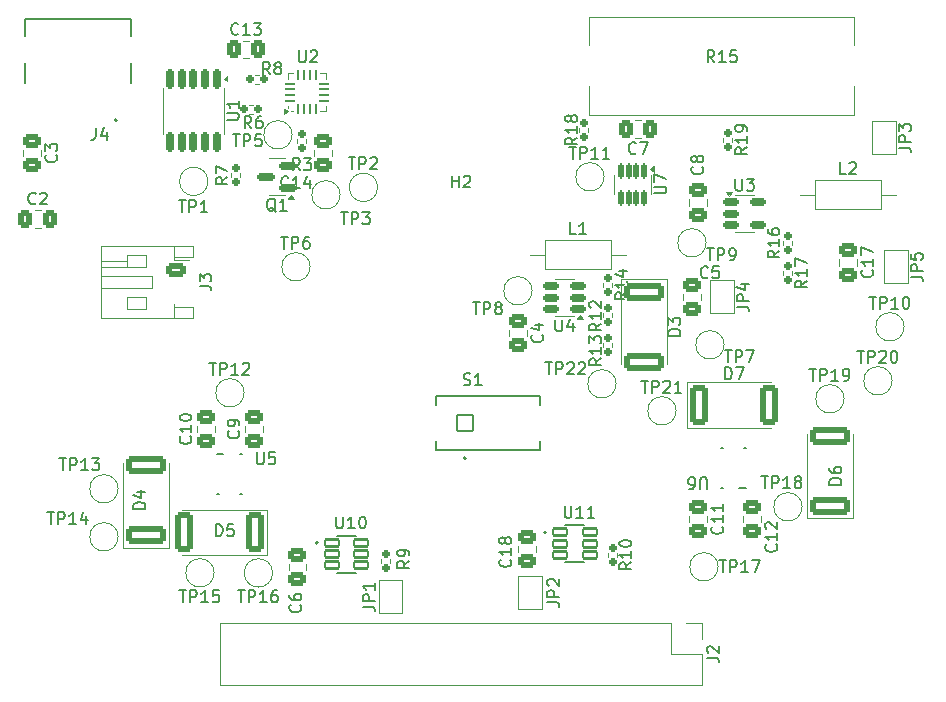
<source format=gbr>
%TF.GenerationSoftware,KiCad,Pcbnew,9.0.0*%
%TF.CreationDate,2025-03-28T11:23:17+02:00*%
%TF.ProjectId,PCBDesign1,50434244-6573-4696-976e-312e6b696361,rev?*%
%TF.SameCoordinates,Original*%
%TF.FileFunction,Legend,Top*%
%TF.FilePolarity,Positive*%
%FSLAX46Y46*%
G04 Gerber Fmt 4.6, Leading zero omitted, Abs format (unit mm)*
G04 Created by KiCad (PCBNEW 9.0.0) date 2025-03-28 11:23:17*
%MOMM*%
%LPD*%
G01*
G04 APERTURE LIST*
G04 Aperture macros list*
%AMRoundRect*
0 Rectangle with rounded corners*
0 $1 Rounding radius*
0 $2 $3 $4 $5 $6 $7 $8 $9 X,Y pos of 4 corners*
0 Add a 4 corners polygon primitive as box body*
4,1,4,$2,$3,$4,$5,$6,$7,$8,$9,$2,$3,0*
0 Add four circle primitives for the rounded corners*
1,1,$1+$1,$2,$3*
1,1,$1+$1,$4,$5*
1,1,$1+$1,$6,$7*
1,1,$1+$1,$8,$9*
0 Add four rect primitives between the rounded corners*
20,1,$1+$1,$2,$3,$4,$5,0*
20,1,$1+$1,$4,$5,$6,$7,0*
20,1,$1+$1,$6,$7,$8,$9,0*
20,1,$1+$1,$8,$9,$2,$3,0*%
G04 Aperture macros list end*
%ADD10C,0.150000*%
%ADD11C,0.120000*%
%ADD12C,0.127000*%
%ADD13C,0.200000*%
%ADD14C,0.010000*%
%ADD15RoundRect,0.250000X-0.475000X0.337500X-0.475000X-0.337500X0.475000X-0.337500X0.475000X0.337500X0*%
%ADD16RoundRect,0.062500X0.062500X-0.375000X0.062500X0.375000X-0.062500X0.375000X-0.062500X-0.375000X0*%
%ADD17RoundRect,0.062500X0.375000X-0.062500X0.375000X0.062500X-0.375000X0.062500X-0.375000X-0.062500X0*%
%ADD18R,1.600000X1.600000*%
%ADD19RoundRect,0.160000X-0.160000X0.197500X-0.160000X-0.197500X0.160000X-0.197500X0.160000X0.197500X0*%
%ADD20C,2.000000*%
%ADD21RoundRect,0.249999X-0.512501X-1.425001X0.512501X-1.425001X0.512501X1.425001X-0.512501X1.425001X0*%
%ADD22RoundRect,0.150000X0.587500X0.150000X-0.587500X0.150000X-0.587500X-0.150000X0.587500X-0.150000X0*%
%ADD23RoundRect,0.160000X0.160000X-0.197500X0.160000X0.197500X-0.160000X0.197500X-0.160000X-0.197500X0*%
%ADD24R,1.700000X1.700000*%
%ADD25O,1.700000X1.700000*%
%ADD26R,1.500000X1.000000*%
%ADD27RoundRect,0.098000X-0.609000X-0.294000X0.609000X-0.294000X0.609000X0.294000X-0.609000X0.294000X0*%
%ADD28R,0.499999X0.249999*%
%ADD29R,0.900001X2.000001*%
%ADD30C,0.499999*%
%ADD31RoundRect,0.250000X-0.337500X-0.475000X0.337500X-0.475000X0.337500X0.475000X-0.337500X0.475000X0*%
%ADD32C,1.600000*%
%ADD33O,1.600000X1.600000*%
%ADD34RoundRect,0.125000X-0.125000X0.537500X-0.125000X-0.537500X0.125000X-0.537500X0.125000X0.537500X0*%
%ADD35RoundRect,0.150000X-0.512500X-0.150000X0.512500X-0.150000X0.512500X0.150000X-0.512500X0.150000X0*%
%ADD36RoundRect,0.150000X-0.150000X0.687500X-0.150000X-0.687500X0.150000X-0.687500X0.150000X0.687500X0*%
%ADD37R,3.300000X2.100000*%
%ADD38RoundRect,0.250000X0.475000X-0.337500X0.475000X0.337500X-0.475000X0.337500X-0.475000X-0.337500X0*%
%ADD39RoundRect,0.250000X-0.625000X0.350000X-0.625000X-0.350000X0.625000X-0.350000X0.625000X0.350000X0*%
%ADD40O,1.750000X1.200000*%
%ADD41RoundRect,0.249999X1.425001X-0.512501X1.425001X0.512501X-1.425001X0.512501X-1.425001X-0.512501X0*%
%ADD42RoundRect,0.249999X0.512501X1.425001X-0.512501X1.425001X-0.512501X-1.425001X0.512501X-1.425001X0*%
%ADD43RoundRect,0.160000X-0.197500X-0.160000X0.197500X-0.160000X0.197500X0.160000X-0.197500X0.160000X0*%
%ADD44RoundRect,0.249999X-1.425001X0.512501X-1.425001X-0.512501X1.425001X-0.512501X1.425001X0.512501X0*%
%ADD45RoundRect,0.160000X0.197500X0.160000X-0.197500X0.160000X-0.197500X-0.160000X0.197500X-0.160000X0*%
%ADD46RoundRect,0.150000X0.512500X0.150000X-0.512500X0.150000X-0.512500X-0.150000X0.512500X-0.150000X0*%
%ADD47C,3.000000*%
%ADD48O,3.000000X3.000000*%
%ADD49C,3.600000*%
%ADD50C,5.500000*%
%ADD51RoundRect,0.102000X-0.654000X-0.654000X0.654000X-0.654000X0.654000X0.654000X-0.654000X0.654000X0*%
%ADD52C,1.512000*%
%ADD53O,1.434000X2.664000*%
%ADD54C,0.600000*%
%ADD55O,1.104000X2.204000*%
%ADD56O,1.104000X1.904000*%
%ADD57RoundRect,0.250000X0.337500X0.475000X-0.337500X0.475000X-0.337500X-0.475000X0.337500X-0.475000X0*%
G04 APERTURE END LIST*
D10*
X99067580Y-96178666D02*
X99115200Y-96226285D01*
X99115200Y-96226285D02*
X99162819Y-96369142D01*
X99162819Y-96369142D02*
X99162819Y-96464380D01*
X99162819Y-96464380D02*
X99115200Y-96607237D01*
X99115200Y-96607237D02*
X99019961Y-96702475D01*
X99019961Y-96702475D02*
X98924723Y-96750094D01*
X98924723Y-96750094D02*
X98734247Y-96797713D01*
X98734247Y-96797713D02*
X98591390Y-96797713D01*
X98591390Y-96797713D02*
X98400914Y-96750094D01*
X98400914Y-96750094D02*
X98305676Y-96702475D01*
X98305676Y-96702475D02*
X98210438Y-96607237D01*
X98210438Y-96607237D02*
X98162819Y-96464380D01*
X98162819Y-96464380D02*
X98162819Y-96369142D01*
X98162819Y-96369142D02*
X98210438Y-96226285D01*
X98210438Y-96226285D02*
X98258057Y-96178666D01*
X98162819Y-95845332D02*
X98162819Y-95226285D01*
X98162819Y-95226285D02*
X98543771Y-95559618D01*
X98543771Y-95559618D02*
X98543771Y-95416761D01*
X98543771Y-95416761D02*
X98591390Y-95321523D01*
X98591390Y-95321523D02*
X98639009Y-95273904D01*
X98639009Y-95273904D02*
X98734247Y-95226285D01*
X98734247Y-95226285D02*
X98972342Y-95226285D01*
X98972342Y-95226285D02*
X99067580Y-95273904D01*
X99067580Y-95273904D02*
X99115200Y-95321523D01*
X99115200Y-95321523D02*
X99162819Y-95416761D01*
X99162819Y-95416761D02*
X99162819Y-95702475D01*
X99162819Y-95702475D02*
X99115200Y-95797713D01*
X99115200Y-95797713D02*
X99067580Y-95845332D01*
X119634095Y-87338819D02*
X119634095Y-88148342D01*
X119634095Y-88148342D02*
X119681714Y-88243580D01*
X119681714Y-88243580D02*
X119729333Y-88291200D01*
X119729333Y-88291200D02*
X119824571Y-88338819D01*
X119824571Y-88338819D02*
X120015047Y-88338819D01*
X120015047Y-88338819D02*
X120110285Y-88291200D01*
X120110285Y-88291200D02*
X120157904Y-88243580D01*
X120157904Y-88243580D02*
X120205523Y-88148342D01*
X120205523Y-88148342D02*
X120205523Y-87338819D01*
X120634095Y-87434057D02*
X120681714Y-87386438D01*
X120681714Y-87386438D02*
X120776952Y-87338819D01*
X120776952Y-87338819D02*
X121015047Y-87338819D01*
X121015047Y-87338819D02*
X121110285Y-87386438D01*
X121110285Y-87386438D02*
X121157904Y-87434057D01*
X121157904Y-87434057D02*
X121205523Y-87529295D01*
X121205523Y-87529295D02*
X121205523Y-87624533D01*
X121205523Y-87624533D02*
X121157904Y-87767390D01*
X121157904Y-87767390D02*
X120586476Y-88338819D01*
X120586476Y-88338819D02*
X121205523Y-88338819D01*
X160027580Y-129166857D02*
X160075200Y-129214476D01*
X160075200Y-129214476D02*
X160122819Y-129357333D01*
X160122819Y-129357333D02*
X160122819Y-129452571D01*
X160122819Y-129452571D02*
X160075200Y-129595428D01*
X160075200Y-129595428D02*
X159979961Y-129690666D01*
X159979961Y-129690666D02*
X159884723Y-129738285D01*
X159884723Y-129738285D02*
X159694247Y-129785904D01*
X159694247Y-129785904D02*
X159551390Y-129785904D01*
X159551390Y-129785904D02*
X159360914Y-129738285D01*
X159360914Y-129738285D02*
X159265676Y-129690666D01*
X159265676Y-129690666D02*
X159170438Y-129595428D01*
X159170438Y-129595428D02*
X159122819Y-129452571D01*
X159122819Y-129452571D02*
X159122819Y-129357333D01*
X159122819Y-129357333D02*
X159170438Y-129214476D01*
X159170438Y-129214476D02*
X159218057Y-129166857D01*
X160122819Y-128214476D02*
X160122819Y-128785904D01*
X160122819Y-128500190D02*
X159122819Y-128500190D01*
X159122819Y-128500190D02*
X159265676Y-128595428D01*
X159265676Y-128595428D02*
X159360914Y-128690666D01*
X159360914Y-128690666D02*
X159408533Y-128785904D01*
X159218057Y-127833523D02*
X159170438Y-127785904D01*
X159170438Y-127785904D02*
X159122819Y-127690666D01*
X159122819Y-127690666D02*
X159122819Y-127452571D01*
X159122819Y-127452571D02*
X159170438Y-127357333D01*
X159170438Y-127357333D02*
X159218057Y-127309714D01*
X159218057Y-127309714D02*
X159313295Y-127262095D01*
X159313295Y-127262095D02*
X159408533Y-127262095D01*
X159408533Y-127262095D02*
X159551390Y-127309714D01*
X159551390Y-127309714D02*
X160122819Y-127881142D01*
X160122819Y-127881142D02*
X160122819Y-127262095D01*
X145234819Y-113418857D02*
X144758628Y-113752190D01*
X145234819Y-113990285D02*
X144234819Y-113990285D01*
X144234819Y-113990285D02*
X144234819Y-113609333D01*
X144234819Y-113609333D02*
X144282438Y-113514095D01*
X144282438Y-113514095D02*
X144330057Y-113466476D01*
X144330057Y-113466476D02*
X144425295Y-113418857D01*
X144425295Y-113418857D02*
X144568152Y-113418857D01*
X144568152Y-113418857D02*
X144663390Y-113466476D01*
X144663390Y-113466476D02*
X144711009Y-113514095D01*
X144711009Y-113514095D02*
X144758628Y-113609333D01*
X144758628Y-113609333D02*
X144758628Y-113990285D01*
X145234819Y-112466476D02*
X145234819Y-113037904D01*
X145234819Y-112752190D02*
X144234819Y-112752190D01*
X144234819Y-112752190D02*
X144377676Y-112847428D01*
X144377676Y-112847428D02*
X144472914Y-112942666D01*
X144472914Y-112942666D02*
X144520533Y-113037904D01*
X144234819Y-112133142D02*
X144234819Y-111514095D01*
X144234819Y-111514095D02*
X144615771Y-111847428D01*
X144615771Y-111847428D02*
X144615771Y-111704571D01*
X144615771Y-111704571D02*
X144663390Y-111609333D01*
X144663390Y-111609333D02*
X144711009Y-111561714D01*
X144711009Y-111561714D02*
X144806247Y-111514095D01*
X144806247Y-111514095D02*
X145044342Y-111514095D01*
X145044342Y-111514095D02*
X145139580Y-111561714D01*
X145139580Y-111561714D02*
X145187200Y-111609333D01*
X145187200Y-111609333D02*
X145234819Y-111704571D01*
X145234819Y-111704571D02*
X145234819Y-111990285D01*
X145234819Y-111990285D02*
X145187200Y-112085523D01*
X145187200Y-112085523D02*
X145139580Y-112133142D01*
X158789905Y-123406819D02*
X159361333Y-123406819D01*
X159075619Y-124406819D02*
X159075619Y-123406819D01*
X159694667Y-124406819D02*
X159694667Y-123406819D01*
X159694667Y-123406819D02*
X160075619Y-123406819D01*
X160075619Y-123406819D02*
X160170857Y-123454438D01*
X160170857Y-123454438D02*
X160218476Y-123502057D01*
X160218476Y-123502057D02*
X160266095Y-123597295D01*
X160266095Y-123597295D02*
X160266095Y-123740152D01*
X160266095Y-123740152D02*
X160218476Y-123835390D01*
X160218476Y-123835390D02*
X160170857Y-123883009D01*
X160170857Y-123883009D02*
X160075619Y-123930628D01*
X160075619Y-123930628D02*
X159694667Y-123930628D01*
X161218476Y-124406819D02*
X160647048Y-124406819D01*
X160932762Y-124406819D02*
X160932762Y-123406819D01*
X160932762Y-123406819D02*
X160837524Y-123549676D01*
X160837524Y-123549676D02*
X160742286Y-123644914D01*
X160742286Y-123644914D02*
X160647048Y-123692533D01*
X161789905Y-123835390D02*
X161694667Y-123787771D01*
X161694667Y-123787771D02*
X161647048Y-123740152D01*
X161647048Y-123740152D02*
X161599429Y-123644914D01*
X161599429Y-123644914D02*
X161599429Y-123597295D01*
X161599429Y-123597295D02*
X161647048Y-123502057D01*
X161647048Y-123502057D02*
X161694667Y-123454438D01*
X161694667Y-123454438D02*
X161789905Y-123406819D01*
X161789905Y-123406819D02*
X161980381Y-123406819D01*
X161980381Y-123406819D02*
X162075619Y-123454438D01*
X162075619Y-123454438D02*
X162123238Y-123502057D01*
X162123238Y-123502057D02*
X162170857Y-123597295D01*
X162170857Y-123597295D02*
X162170857Y-123644914D01*
X162170857Y-123644914D02*
X162123238Y-123740152D01*
X162123238Y-123740152D02*
X162075619Y-123787771D01*
X162075619Y-123787771D02*
X161980381Y-123835390D01*
X161980381Y-123835390D02*
X161789905Y-123835390D01*
X161789905Y-123835390D02*
X161694667Y-123883009D01*
X161694667Y-123883009D02*
X161647048Y-123930628D01*
X161647048Y-123930628D02*
X161599429Y-124025866D01*
X161599429Y-124025866D02*
X161599429Y-124216342D01*
X161599429Y-124216342D02*
X161647048Y-124311580D01*
X161647048Y-124311580D02*
X161694667Y-124359200D01*
X161694667Y-124359200D02*
X161789905Y-124406819D01*
X161789905Y-124406819D02*
X161980381Y-124406819D01*
X161980381Y-124406819D02*
X162075619Y-124359200D01*
X162075619Y-124359200D02*
X162123238Y-124311580D01*
X162123238Y-124311580D02*
X162170857Y-124216342D01*
X162170857Y-124216342D02*
X162170857Y-124025866D01*
X162170857Y-124025866D02*
X162123238Y-123930628D01*
X162123238Y-123930628D02*
X162075619Y-123883009D01*
X162075619Y-123883009D02*
X161980381Y-123835390D01*
X118737142Y-98911580D02*
X118689523Y-98959200D01*
X118689523Y-98959200D02*
X118546666Y-99006819D01*
X118546666Y-99006819D02*
X118451428Y-99006819D01*
X118451428Y-99006819D02*
X118308571Y-98959200D01*
X118308571Y-98959200D02*
X118213333Y-98863961D01*
X118213333Y-98863961D02*
X118165714Y-98768723D01*
X118165714Y-98768723D02*
X118118095Y-98578247D01*
X118118095Y-98578247D02*
X118118095Y-98435390D01*
X118118095Y-98435390D02*
X118165714Y-98244914D01*
X118165714Y-98244914D02*
X118213333Y-98149676D01*
X118213333Y-98149676D02*
X118308571Y-98054438D01*
X118308571Y-98054438D02*
X118451428Y-98006819D01*
X118451428Y-98006819D02*
X118546666Y-98006819D01*
X118546666Y-98006819D02*
X118689523Y-98054438D01*
X118689523Y-98054438D02*
X118737142Y-98102057D01*
X119689523Y-99006819D02*
X119118095Y-99006819D01*
X119403809Y-99006819D02*
X119403809Y-98006819D01*
X119403809Y-98006819D02*
X119308571Y-98149676D01*
X119308571Y-98149676D02*
X119213333Y-98244914D01*
X119213333Y-98244914D02*
X119118095Y-98292533D01*
X120546666Y-98340152D02*
X120546666Y-99006819D01*
X120308571Y-97959200D02*
X120070476Y-98673485D01*
X120070476Y-98673485D02*
X120689523Y-98673485D01*
X155725905Y-115182819D02*
X155725905Y-114182819D01*
X155725905Y-114182819D02*
X155964000Y-114182819D01*
X155964000Y-114182819D02*
X156106857Y-114230438D01*
X156106857Y-114230438D02*
X156202095Y-114325676D01*
X156202095Y-114325676D02*
X156249714Y-114420914D01*
X156249714Y-114420914D02*
X156297333Y-114611390D01*
X156297333Y-114611390D02*
X156297333Y-114754247D01*
X156297333Y-114754247D02*
X156249714Y-114944723D01*
X156249714Y-114944723D02*
X156202095Y-115039961D01*
X156202095Y-115039961D02*
X156106857Y-115135200D01*
X156106857Y-115135200D02*
X155964000Y-115182819D01*
X155964000Y-115182819D02*
X155725905Y-115182819D01*
X156630667Y-114182819D02*
X157297333Y-114182819D01*
X157297333Y-114182819D02*
X156868762Y-115182819D01*
X117682261Y-100994057D02*
X117587023Y-100946438D01*
X117587023Y-100946438D02*
X117491785Y-100851200D01*
X117491785Y-100851200D02*
X117348928Y-100708342D01*
X117348928Y-100708342D02*
X117253690Y-100660723D01*
X117253690Y-100660723D02*
X117158452Y-100660723D01*
X117206071Y-100898819D02*
X117110833Y-100851200D01*
X117110833Y-100851200D02*
X117015595Y-100755961D01*
X117015595Y-100755961D02*
X116967976Y-100565485D01*
X116967976Y-100565485D02*
X116967976Y-100232152D01*
X116967976Y-100232152D02*
X117015595Y-100041676D01*
X117015595Y-100041676D02*
X117110833Y-99946438D01*
X117110833Y-99946438D02*
X117206071Y-99898819D01*
X117206071Y-99898819D02*
X117396547Y-99898819D01*
X117396547Y-99898819D02*
X117491785Y-99946438D01*
X117491785Y-99946438D02*
X117587023Y-100041676D01*
X117587023Y-100041676D02*
X117634642Y-100232152D01*
X117634642Y-100232152D02*
X117634642Y-100565485D01*
X117634642Y-100565485D02*
X117587023Y-100755961D01*
X117587023Y-100755961D02*
X117491785Y-100851200D01*
X117491785Y-100851200D02*
X117396547Y-100898819D01*
X117396547Y-100898819D02*
X117206071Y-100898819D01*
X118587023Y-100898819D02*
X118015595Y-100898819D01*
X118301309Y-100898819D02*
X118301309Y-99898819D01*
X118301309Y-99898819D02*
X118206071Y-100041676D01*
X118206071Y-100041676D02*
X118110833Y-100136914D01*
X118110833Y-100136914D02*
X118015595Y-100184533D01*
X167933905Y-108200819D02*
X168505333Y-108200819D01*
X168219619Y-109200819D02*
X168219619Y-108200819D01*
X168838667Y-109200819D02*
X168838667Y-108200819D01*
X168838667Y-108200819D02*
X169219619Y-108200819D01*
X169219619Y-108200819D02*
X169314857Y-108248438D01*
X169314857Y-108248438D02*
X169362476Y-108296057D01*
X169362476Y-108296057D02*
X169410095Y-108391295D01*
X169410095Y-108391295D02*
X169410095Y-108534152D01*
X169410095Y-108534152D02*
X169362476Y-108629390D01*
X169362476Y-108629390D02*
X169314857Y-108677009D01*
X169314857Y-108677009D02*
X169219619Y-108724628D01*
X169219619Y-108724628D02*
X168838667Y-108724628D01*
X170362476Y-109200819D02*
X169791048Y-109200819D01*
X170076762Y-109200819D02*
X170076762Y-108200819D01*
X170076762Y-108200819D02*
X169981524Y-108343676D01*
X169981524Y-108343676D02*
X169886286Y-108438914D01*
X169886286Y-108438914D02*
X169791048Y-108486533D01*
X170981524Y-108200819D02*
X171076762Y-108200819D01*
X171076762Y-108200819D02*
X171172000Y-108248438D01*
X171172000Y-108248438D02*
X171219619Y-108296057D01*
X171219619Y-108296057D02*
X171267238Y-108391295D01*
X171267238Y-108391295D02*
X171314857Y-108581771D01*
X171314857Y-108581771D02*
X171314857Y-108819866D01*
X171314857Y-108819866D02*
X171267238Y-109010342D01*
X171267238Y-109010342D02*
X171219619Y-109105580D01*
X171219619Y-109105580D02*
X171172000Y-109153200D01*
X171172000Y-109153200D02*
X171076762Y-109200819D01*
X171076762Y-109200819D02*
X170981524Y-109200819D01*
X170981524Y-109200819D02*
X170886286Y-109153200D01*
X170886286Y-109153200D02*
X170838667Y-109105580D01*
X170838667Y-109105580D02*
X170791048Y-109010342D01*
X170791048Y-109010342D02*
X170743429Y-108819866D01*
X170743429Y-108819866D02*
X170743429Y-108581771D01*
X170743429Y-108581771D02*
X170791048Y-108391295D01*
X170791048Y-108391295D02*
X170838667Y-108296057D01*
X170838667Y-108296057D02*
X170886286Y-108248438D01*
X170886286Y-108248438D02*
X170981524Y-108200819D01*
X160320819Y-104295857D02*
X159844628Y-104629190D01*
X160320819Y-104867285D02*
X159320819Y-104867285D01*
X159320819Y-104867285D02*
X159320819Y-104486333D01*
X159320819Y-104486333D02*
X159368438Y-104391095D01*
X159368438Y-104391095D02*
X159416057Y-104343476D01*
X159416057Y-104343476D02*
X159511295Y-104295857D01*
X159511295Y-104295857D02*
X159654152Y-104295857D01*
X159654152Y-104295857D02*
X159749390Y-104343476D01*
X159749390Y-104343476D02*
X159797009Y-104391095D01*
X159797009Y-104391095D02*
X159844628Y-104486333D01*
X159844628Y-104486333D02*
X159844628Y-104867285D01*
X160320819Y-103343476D02*
X160320819Y-103914904D01*
X160320819Y-103629190D02*
X159320819Y-103629190D01*
X159320819Y-103629190D02*
X159463676Y-103724428D01*
X159463676Y-103724428D02*
X159558914Y-103819666D01*
X159558914Y-103819666D02*
X159606533Y-103914904D01*
X159320819Y-102486333D02*
X159320819Y-102676809D01*
X159320819Y-102676809D02*
X159368438Y-102772047D01*
X159368438Y-102772047D02*
X159416057Y-102819666D01*
X159416057Y-102819666D02*
X159558914Y-102914904D01*
X159558914Y-102914904D02*
X159749390Y-102962523D01*
X159749390Y-102962523D02*
X160130342Y-102962523D01*
X160130342Y-102962523D02*
X160225580Y-102914904D01*
X160225580Y-102914904D02*
X160273200Y-102867285D01*
X160273200Y-102867285D02*
X160320819Y-102772047D01*
X160320819Y-102772047D02*
X160320819Y-102581571D01*
X160320819Y-102581571D02*
X160273200Y-102486333D01*
X160273200Y-102486333D02*
X160225580Y-102438714D01*
X160225580Y-102438714D02*
X160130342Y-102391095D01*
X160130342Y-102391095D02*
X159892247Y-102391095D01*
X159892247Y-102391095D02*
X159797009Y-102438714D01*
X159797009Y-102438714D02*
X159749390Y-102486333D01*
X159749390Y-102486333D02*
X159701771Y-102581571D01*
X159701771Y-102581571D02*
X159701771Y-102772047D01*
X159701771Y-102772047D02*
X159749390Y-102867285D01*
X159749390Y-102867285D02*
X159797009Y-102914904D01*
X159797009Y-102914904D02*
X159892247Y-102962523D01*
X109464095Y-100038819D02*
X110035523Y-100038819D01*
X109749809Y-101038819D02*
X109749809Y-100038819D01*
X110368857Y-101038819D02*
X110368857Y-100038819D01*
X110368857Y-100038819D02*
X110749809Y-100038819D01*
X110749809Y-100038819D02*
X110845047Y-100086438D01*
X110845047Y-100086438D02*
X110892666Y-100134057D01*
X110892666Y-100134057D02*
X110940285Y-100229295D01*
X110940285Y-100229295D02*
X110940285Y-100372152D01*
X110940285Y-100372152D02*
X110892666Y-100467390D01*
X110892666Y-100467390D02*
X110845047Y-100515009D01*
X110845047Y-100515009D02*
X110749809Y-100562628D01*
X110749809Y-100562628D02*
X110368857Y-100562628D01*
X111892666Y-101038819D02*
X111321238Y-101038819D01*
X111606952Y-101038819D02*
X111606952Y-100038819D01*
X111606952Y-100038819D02*
X111511714Y-100181676D01*
X111511714Y-100181676D02*
X111416476Y-100276914D01*
X111416476Y-100276914D02*
X111321238Y-100324533D01*
X109513905Y-133058819D02*
X110085333Y-133058819D01*
X109799619Y-134058819D02*
X109799619Y-133058819D01*
X110418667Y-134058819D02*
X110418667Y-133058819D01*
X110418667Y-133058819D02*
X110799619Y-133058819D01*
X110799619Y-133058819D02*
X110894857Y-133106438D01*
X110894857Y-133106438D02*
X110942476Y-133154057D01*
X110942476Y-133154057D02*
X110990095Y-133249295D01*
X110990095Y-133249295D02*
X110990095Y-133392152D01*
X110990095Y-133392152D02*
X110942476Y-133487390D01*
X110942476Y-133487390D02*
X110894857Y-133535009D01*
X110894857Y-133535009D02*
X110799619Y-133582628D01*
X110799619Y-133582628D02*
X110418667Y-133582628D01*
X111942476Y-134058819D02*
X111371048Y-134058819D01*
X111656762Y-134058819D02*
X111656762Y-133058819D01*
X111656762Y-133058819D02*
X111561524Y-133201676D01*
X111561524Y-133201676D02*
X111466286Y-133296914D01*
X111466286Y-133296914D02*
X111371048Y-133344533D01*
X112847238Y-133058819D02*
X112371048Y-133058819D01*
X112371048Y-133058819D02*
X112323429Y-133535009D01*
X112323429Y-133535009D02*
X112371048Y-133487390D01*
X112371048Y-133487390D02*
X112466286Y-133439771D01*
X112466286Y-133439771D02*
X112704381Y-133439771D01*
X112704381Y-133439771D02*
X112799619Y-133487390D01*
X112799619Y-133487390D02*
X112847238Y-133535009D01*
X112847238Y-133535009D02*
X112894857Y-133630247D01*
X112894857Y-133630247D02*
X112894857Y-133868342D01*
X112894857Y-133868342D02*
X112847238Y-133963580D01*
X112847238Y-133963580D02*
X112799619Y-134011200D01*
X112799619Y-134011200D02*
X112704381Y-134058819D01*
X112704381Y-134058819D02*
X112466286Y-134058819D01*
X112466286Y-134058819D02*
X112371048Y-134011200D01*
X112371048Y-134011200D02*
X112323429Y-133963580D01*
X154184819Y-138763333D02*
X154899104Y-138763333D01*
X154899104Y-138763333D02*
X155041961Y-138810952D01*
X155041961Y-138810952D02*
X155137200Y-138906190D01*
X155137200Y-138906190D02*
X155184819Y-139049047D01*
X155184819Y-139049047D02*
X155184819Y-139144285D01*
X154280057Y-138334761D02*
X154232438Y-138287142D01*
X154232438Y-138287142D02*
X154184819Y-138191904D01*
X154184819Y-138191904D02*
X154184819Y-137953809D01*
X154184819Y-137953809D02*
X154232438Y-137858571D01*
X154232438Y-137858571D02*
X154280057Y-137810952D01*
X154280057Y-137810952D02*
X154375295Y-137763333D01*
X154375295Y-137763333D02*
X154470533Y-137763333D01*
X154470533Y-137763333D02*
X154613390Y-137810952D01*
X154613390Y-137810952D02*
X155184819Y-138382380D01*
X155184819Y-138382380D02*
X155184819Y-137763333D01*
X156702819Y-109037333D02*
X157417104Y-109037333D01*
X157417104Y-109037333D02*
X157559961Y-109084952D01*
X157559961Y-109084952D02*
X157655200Y-109180190D01*
X157655200Y-109180190D02*
X157702819Y-109323047D01*
X157702819Y-109323047D02*
X157702819Y-109418285D01*
X157702819Y-108561142D02*
X156702819Y-108561142D01*
X156702819Y-108561142D02*
X156702819Y-108180190D01*
X156702819Y-108180190D02*
X156750438Y-108084952D01*
X156750438Y-108084952D02*
X156798057Y-108037333D01*
X156798057Y-108037333D02*
X156893295Y-107989714D01*
X156893295Y-107989714D02*
X157036152Y-107989714D01*
X157036152Y-107989714D02*
X157131390Y-108037333D01*
X157131390Y-108037333D02*
X157179009Y-108084952D01*
X157179009Y-108084952D02*
X157226628Y-108180190D01*
X157226628Y-108180190D02*
X157226628Y-108561142D01*
X157036152Y-107132571D02*
X157702819Y-107132571D01*
X156655200Y-107370666D02*
X157369485Y-107608761D01*
X157369485Y-107608761D02*
X157369485Y-106989714D01*
X154186095Y-104102819D02*
X154757523Y-104102819D01*
X154471809Y-105102819D02*
X154471809Y-104102819D01*
X155090857Y-105102819D02*
X155090857Y-104102819D01*
X155090857Y-104102819D02*
X155471809Y-104102819D01*
X155471809Y-104102819D02*
X155567047Y-104150438D01*
X155567047Y-104150438D02*
X155614666Y-104198057D01*
X155614666Y-104198057D02*
X155662285Y-104293295D01*
X155662285Y-104293295D02*
X155662285Y-104436152D01*
X155662285Y-104436152D02*
X155614666Y-104531390D01*
X155614666Y-104531390D02*
X155567047Y-104579009D01*
X155567047Y-104579009D02*
X155471809Y-104626628D01*
X155471809Y-104626628D02*
X155090857Y-104626628D01*
X156138476Y-105102819D02*
X156328952Y-105102819D01*
X156328952Y-105102819D02*
X156424190Y-105055200D01*
X156424190Y-105055200D02*
X156471809Y-105007580D01*
X156471809Y-105007580D02*
X156567047Y-104864723D01*
X156567047Y-104864723D02*
X156614666Y-104674247D01*
X156614666Y-104674247D02*
X156614666Y-104293295D01*
X156614666Y-104293295D02*
X156567047Y-104198057D01*
X156567047Y-104198057D02*
X156519428Y-104150438D01*
X156519428Y-104150438D02*
X156424190Y-104102819D01*
X156424190Y-104102819D02*
X156233714Y-104102819D01*
X156233714Y-104102819D02*
X156138476Y-104150438D01*
X156138476Y-104150438D02*
X156090857Y-104198057D01*
X156090857Y-104198057D02*
X156043238Y-104293295D01*
X156043238Y-104293295D02*
X156043238Y-104531390D01*
X156043238Y-104531390D02*
X156090857Y-104626628D01*
X156090857Y-104626628D02*
X156138476Y-104674247D01*
X156138476Y-104674247D02*
X156233714Y-104721866D01*
X156233714Y-104721866D02*
X156424190Y-104721866D01*
X156424190Y-104721866D02*
X156519428Y-104674247D01*
X156519428Y-104674247D02*
X156567047Y-104626628D01*
X156567047Y-104626628D02*
X156614666Y-104531390D01*
X142123905Y-125917819D02*
X142123905Y-126727342D01*
X142123905Y-126727342D02*
X142171524Y-126822580D01*
X142171524Y-126822580D02*
X142219143Y-126870200D01*
X142219143Y-126870200D02*
X142314381Y-126917819D01*
X142314381Y-126917819D02*
X142504857Y-126917819D01*
X142504857Y-126917819D02*
X142600095Y-126870200D01*
X142600095Y-126870200D02*
X142647714Y-126822580D01*
X142647714Y-126822580D02*
X142695333Y-126727342D01*
X142695333Y-126727342D02*
X142695333Y-125917819D01*
X143695333Y-126917819D02*
X143123905Y-126917819D01*
X143409619Y-126917819D02*
X143409619Y-125917819D01*
X143409619Y-125917819D02*
X143314381Y-126060676D01*
X143314381Y-126060676D02*
X143219143Y-126155914D01*
X143219143Y-126155914D02*
X143123905Y-126203533D01*
X144647714Y-126917819D02*
X144076286Y-126917819D01*
X144362000Y-126917819D02*
X144362000Y-125917819D01*
X144362000Y-125917819D02*
X144266762Y-126060676D01*
X144266762Y-126060676D02*
X144171524Y-126155914D01*
X144171524Y-126155914D02*
X144076286Y-126203533D01*
X123198095Y-101054819D02*
X123769523Y-101054819D01*
X123483809Y-102054819D02*
X123483809Y-101054819D01*
X124102857Y-102054819D02*
X124102857Y-101054819D01*
X124102857Y-101054819D02*
X124483809Y-101054819D01*
X124483809Y-101054819D02*
X124579047Y-101102438D01*
X124579047Y-101102438D02*
X124626666Y-101150057D01*
X124626666Y-101150057D02*
X124674285Y-101245295D01*
X124674285Y-101245295D02*
X124674285Y-101388152D01*
X124674285Y-101388152D02*
X124626666Y-101483390D01*
X124626666Y-101483390D02*
X124579047Y-101531009D01*
X124579047Y-101531009D02*
X124483809Y-101578628D01*
X124483809Y-101578628D02*
X124102857Y-101578628D01*
X125007619Y-101054819D02*
X125626666Y-101054819D01*
X125626666Y-101054819D02*
X125293333Y-101435771D01*
X125293333Y-101435771D02*
X125436190Y-101435771D01*
X125436190Y-101435771D02*
X125531428Y-101483390D01*
X125531428Y-101483390D02*
X125579047Y-101531009D01*
X125579047Y-101531009D02*
X125626666Y-101626247D01*
X125626666Y-101626247D02*
X125626666Y-101864342D01*
X125626666Y-101864342D02*
X125579047Y-101959580D01*
X125579047Y-101959580D02*
X125531428Y-102007200D01*
X125531428Y-102007200D02*
X125436190Y-102054819D01*
X125436190Y-102054819D02*
X125150476Y-102054819D01*
X125150476Y-102054819D02*
X125055238Y-102007200D01*
X125055238Y-102007200D02*
X125007619Y-101959580D01*
X116078095Y-121374819D02*
X116078095Y-122184342D01*
X116078095Y-122184342D02*
X116125714Y-122279580D01*
X116125714Y-122279580D02*
X116173333Y-122327200D01*
X116173333Y-122327200D02*
X116268571Y-122374819D01*
X116268571Y-122374819D02*
X116459047Y-122374819D01*
X116459047Y-122374819D02*
X116554285Y-122327200D01*
X116554285Y-122327200D02*
X116601904Y-122279580D01*
X116601904Y-122279580D02*
X116649523Y-122184342D01*
X116649523Y-122184342D02*
X116649523Y-121374819D01*
X117601904Y-121374819D02*
X117125714Y-121374819D01*
X117125714Y-121374819D02*
X117078095Y-121851009D01*
X117078095Y-121851009D02*
X117125714Y-121803390D01*
X117125714Y-121803390D02*
X117220952Y-121755771D01*
X117220952Y-121755771D02*
X117459047Y-121755771D01*
X117459047Y-121755771D02*
X117554285Y-121803390D01*
X117554285Y-121803390D02*
X117601904Y-121851009D01*
X117601904Y-121851009D02*
X117649523Y-121946247D01*
X117649523Y-121946247D02*
X117649523Y-122184342D01*
X117649523Y-122184342D02*
X117601904Y-122279580D01*
X117601904Y-122279580D02*
X117554285Y-122327200D01*
X117554285Y-122327200D02*
X117459047Y-122374819D01*
X117459047Y-122374819D02*
X117220952Y-122374819D01*
X117220952Y-122374819D02*
X117125714Y-122327200D01*
X117125714Y-122327200D02*
X117078095Y-122279580D01*
X114503642Y-85931580D02*
X114456023Y-85979200D01*
X114456023Y-85979200D02*
X114313166Y-86026819D01*
X114313166Y-86026819D02*
X114217928Y-86026819D01*
X114217928Y-86026819D02*
X114075071Y-85979200D01*
X114075071Y-85979200D02*
X113979833Y-85883961D01*
X113979833Y-85883961D02*
X113932214Y-85788723D01*
X113932214Y-85788723D02*
X113884595Y-85598247D01*
X113884595Y-85598247D02*
X113884595Y-85455390D01*
X113884595Y-85455390D02*
X113932214Y-85264914D01*
X113932214Y-85264914D02*
X113979833Y-85169676D01*
X113979833Y-85169676D02*
X114075071Y-85074438D01*
X114075071Y-85074438D02*
X114217928Y-85026819D01*
X114217928Y-85026819D02*
X114313166Y-85026819D01*
X114313166Y-85026819D02*
X114456023Y-85074438D01*
X114456023Y-85074438D02*
X114503642Y-85122057D01*
X115456023Y-86026819D02*
X114884595Y-86026819D01*
X115170309Y-86026819D02*
X115170309Y-85026819D01*
X115170309Y-85026819D02*
X115075071Y-85169676D01*
X115075071Y-85169676D02*
X114979833Y-85264914D01*
X114979833Y-85264914D02*
X114884595Y-85312533D01*
X115789357Y-85026819D02*
X116408404Y-85026819D01*
X116408404Y-85026819D02*
X116075071Y-85407771D01*
X116075071Y-85407771D02*
X116217928Y-85407771D01*
X116217928Y-85407771D02*
X116313166Y-85455390D01*
X116313166Y-85455390D02*
X116360785Y-85503009D01*
X116360785Y-85503009D02*
X116408404Y-85598247D01*
X116408404Y-85598247D02*
X116408404Y-85836342D01*
X116408404Y-85836342D02*
X116360785Y-85931580D01*
X116360785Y-85931580D02*
X116313166Y-85979200D01*
X116313166Y-85979200D02*
X116217928Y-86026819D01*
X116217928Y-86026819D02*
X115932214Y-86026819D01*
X115932214Y-86026819D02*
X115836976Y-85979200D01*
X115836976Y-85979200D02*
X115789357Y-85931580D01*
X147420819Y-107830857D02*
X146944628Y-108164190D01*
X147420819Y-108402285D02*
X146420819Y-108402285D01*
X146420819Y-108402285D02*
X146420819Y-108021333D01*
X146420819Y-108021333D02*
X146468438Y-107926095D01*
X146468438Y-107926095D02*
X146516057Y-107878476D01*
X146516057Y-107878476D02*
X146611295Y-107830857D01*
X146611295Y-107830857D02*
X146754152Y-107830857D01*
X146754152Y-107830857D02*
X146849390Y-107878476D01*
X146849390Y-107878476D02*
X146897009Y-107926095D01*
X146897009Y-107926095D02*
X146944628Y-108021333D01*
X146944628Y-108021333D02*
X146944628Y-108402285D01*
X147420819Y-106878476D02*
X147420819Y-107449904D01*
X147420819Y-107164190D02*
X146420819Y-107164190D01*
X146420819Y-107164190D02*
X146563676Y-107259428D01*
X146563676Y-107259428D02*
X146658914Y-107354666D01*
X146658914Y-107354666D02*
X146706533Y-107449904D01*
X146754152Y-106021333D02*
X147420819Y-106021333D01*
X146373200Y-106259428D02*
X147087485Y-106497523D01*
X147087485Y-106497523D02*
X147087485Y-105878476D01*
X114466905Y-133058819D02*
X115038333Y-133058819D01*
X114752619Y-134058819D02*
X114752619Y-133058819D01*
X115371667Y-134058819D02*
X115371667Y-133058819D01*
X115371667Y-133058819D02*
X115752619Y-133058819D01*
X115752619Y-133058819D02*
X115847857Y-133106438D01*
X115847857Y-133106438D02*
X115895476Y-133154057D01*
X115895476Y-133154057D02*
X115943095Y-133249295D01*
X115943095Y-133249295D02*
X115943095Y-133392152D01*
X115943095Y-133392152D02*
X115895476Y-133487390D01*
X115895476Y-133487390D02*
X115847857Y-133535009D01*
X115847857Y-133535009D02*
X115752619Y-133582628D01*
X115752619Y-133582628D02*
X115371667Y-133582628D01*
X116895476Y-134058819D02*
X116324048Y-134058819D01*
X116609762Y-134058819D02*
X116609762Y-133058819D01*
X116609762Y-133058819D02*
X116514524Y-133201676D01*
X116514524Y-133201676D02*
X116419286Y-133296914D01*
X116419286Y-133296914D02*
X116324048Y-133344533D01*
X117752619Y-133058819D02*
X117562143Y-133058819D01*
X117562143Y-133058819D02*
X117466905Y-133106438D01*
X117466905Y-133106438D02*
X117419286Y-133154057D01*
X117419286Y-133154057D02*
X117324048Y-133296914D01*
X117324048Y-133296914D02*
X117276429Y-133487390D01*
X117276429Y-133487390D02*
X117276429Y-133868342D01*
X117276429Y-133868342D02*
X117324048Y-133963580D01*
X117324048Y-133963580D02*
X117371667Y-134011200D01*
X117371667Y-134011200D02*
X117466905Y-134058819D01*
X117466905Y-134058819D02*
X117657381Y-134058819D01*
X117657381Y-134058819D02*
X117752619Y-134011200D01*
X117752619Y-134011200D02*
X117800238Y-133963580D01*
X117800238Y-133963580D02*
X117847857Y-133868342D01*
X117847857Y-133868342D02*
X117847857Y-133630247D01*
X117847857Y-133630247D02*
X117800238Y-133535009D01*
X117800238Y-133535009D02*
X117752619Y-133487390D01*
X117752619Y-133487390D02*
X117657381Y-133439771D01*
X117657381Y-133439771D02*
X117466905Y-133439771D01*
X117466905Y-133439771D02*
X117371667Y-133487390D01*
X117371667Y-133487390D02*
X117324048Y-133535009D01*
X117324048Y-133535009D02*
X117276429Y-133630247D01*
X143089333Y-102882819D02*
X142613143Y-102882819D01*
X142613143Y-102882819D02*
X142613143Y-101882819D01*
X143946476Y-102882819D02*
X143375048Y-102882819D01*
X143660762Y-102882819D02*
X143660762Y-101882819D01*
X143660762Y-101882819D02*
X143565524Y-102025676D01*
X143565524Y-102025676D02*
X143470286Y-102120914D01*
X143470286Y-102120914D02*
X143375048Y-102168533D01*
X125035819Y-134437333D02*
X125750104Y-134437333D01*
X125750104Y-134437333D02*
X125892961Y-134484952D01*
X125892961Y-134484952D02*
X125988200Y-134580190D01*
X125988200Y-134580190D02*
X126035819Y-134723047D01*
X126035819Y-134723047D02*
X126035819Y-134818285D01*
X126035819Y-133961142D02*
X125035819Y-133961142D01*
X125035819Y-133961142D02*
X125035819Y-133580190D01*
X125035819Y-133580190D02*
X125083438Y-133484952D01*
X125083438Y-133484952D02*
X125131057Y-133437333D01*
X125131057Y-133437333D02*
X125226295Y-133389714D01*
X125226295Y-133389714D02*
X125369152Y-133389714D01*
X125369152Y-133389714D02*
X125464390Y-133437333D01*
X125464390Y-133437333D02*
X125512009Y-133484952D01*
X125512009Y-133484952D02*
X125559628Y-133580190D01*
X125559628Y-133580190D02*
X125559628Y-133961142D01*
X126035819Y-132437333D02*
X126035819Y-133008761D01*
X126035819Y-132723047D02*
X125035819Y-132723047D01*
X125035819Y-132723047D02*
X125178676Y-132818285D01*
X125178676Y-132818285D02*
X125273914Y-132913523D01*
X125273914Y-132913523D02*
X125321533Y-133008761D01*
X153775580Y-97194666D02*
X153823200Y-97242285D01*
X153823200Y-97242285D02*
X153870819Y-97385142D01*
X153870819Y-97385142D02*
X153870819Y-97480380D01*
X153870819Y-97480380D02*
X153823200Y-97623237D01*
X153823200Y-97623237D02*
X153727961Y-97718475D01*
X153727961Y-97718475D02*
X153632723Y-97766094D01*
X153632723Y-97766094D02*
X153442247Y-97813713D01*
X153442247Y-97813713D02*
X153299390Y-97813713D01*
X153299390Y-97813713D02*
X153108914Y-97766094D01*
X153108914Y-97766094D02*
X153013676Y-97718475D01*
X153013676Y-97718475D02*
X152918438Y-97623237D01*
X152918438Y-97623237D02*
X152870819Y-97480380D01*
X152870819Y-97480380D02*
X152870819Y-97385142D01*
X152870819Y-97385142D02*
X152918438Y-97242285D01*
X152918438Y-97242285D02*
X152966057Y-97194666D01*
X153299390Y-96623237D02*
X153251771Y-96718475D01*
X153251771Y-96718475D02*
X153204152Y-96766094D01*
X153204152Y-96766094D02*
X153108914Y-96813713D01*
X153108914Y-96813713D02*
X153061295Y-96813713D01*
X153061295Y-96813713D02*
X152966057Y-96766094D01*
X152966057Y-96766094D02*
X152918438Y-96718475D01*
X152918438Y-96718475D02*
X152870819Y-96623237D01*
X152870819Y-96623237D02*
X152870819Y-96432761D01*
X152870819Y-96432761D02*
X152918438Y-96337523D01*
X152918438Y-96337523D02*
X152966057Y-96289904D01*
X152966057Y-96289904D02*
X153061295Y-96242285D01*
X153061295Y-96242285D02*
X153108914Y-96242285D01*
X153108914Y-96242285D02*
X153204152Y-96289904D01*
X153204152Y-96289904D02*
X153251771Y-96337523D01*
X153251771Y-96337523D02*
X153299390Y-96432761D01*
X153299390Y-96432761D02*
X153299390Y-96623237D01*
X153299390Y-96623237D02*
X153347009Y-96718475D01*
X153347009Y-96718475D02*
X153394628Y-96766094D01*
X153394628Y-96766094D02*
X153489866Y-96813713D01*
X153489866Y-96813713D02*
X153680342Y-96813713D01*
X153680342Y-96813713D02*
X153775580Y-96766094D01*
X153775580Y-96766094D02*
X153823200Y-96718475D01*
X153823200Y-96718475D02*
X153870819Y-96623237D01*
X153870819Y-96623237D02*
X153870819Y-96432761D01*
X153870819Y-96432761D02*
X153823200Y-96337523D01*
X153823200Y-96337523D02*
X153775580Y-96289904D01*
X153775580Y-96289904D02*
X153680342Y-96242285D01*
X153680342Y-96242285D02*
X153489866Y-96242285D01*
X153489866Y-96242285D02*
X153394628Y-96289904D01*
X153394628Y-96289904D02*
X153347009Y-96337523D01*
X153347009Y-96337523D02*
X153299390Y-96432761D01*
X149723819Y-99435404D02*
X150533342Y-99435404D01*
X150533342Y-99435404D02*
X150628580Y-99387785D01*
X150628580Y-99387785D02*
X150676200Y-99340166D01*
X150676200Y-99340166D02*
X150723819Y-99244928D01*
X150723819Y-99244928D02*
X150723819Y-99054452D01*
X150723819Y-99054452D02*
X150676200Y-98959214D01*
X150676200Y-98959214D02*
X150628580Y-98911595D01*
X150628580Y-98911595D02*
X150533342Y-98863976D01*
X150533342Y-98863976D02*
X149723819Y-98863976D01*
X149723819Y-98483023D02*
X149723819Y-97816357D01*
X149723819Y-97816357D02*
X150723819Y-98244928D01*
X156596595Y-98212819D02*
X156596595Y-99022342D01*
X156596595Y-99022342D02*
X156644214Y-99117580D01*
X156644214Y-99117580D02*
X156691833Y-99165200D01*
X156691833Y-99165200D02*
X156787071Y-99212819D01*
X156787071Y-99212819D02*
X156977547Y-99212819D01*
X156977547Y-99212819D02*
X157072785Y-99165200D01*
X157072785Y-99165200D02*
X157120404Y-99117580D01*
X157120404Y-99117580D02*
X157168023Y-99022342D01*
X157168023Y-99022342D02*
X157168023Y-98212819D01*
X157548976Y-98212819D02*
X158168023Y-98212819D01*
X158168023Y-98212819D02*
X157834690Y-98593771D01*
X157834690Y-98593771D02*
X157977547Y-98593771D01*
X157977547Y-98593771D02*
X158072785Y-98641390D01*
X158072785Y-98641390D02*
X158120404Y-98689009D01*
X158120404Y-98689009D02*
X158168023Y-98784247D01*
X158168023Y-98784247D02*
X158168023Y-99022342D01*
X158168023Y-99022342D02*
X158120404Y-99117580D01*
X158120404Y-99117580D02*
X158072785Y-99165200D01*
X158072785Y-99165200D02*
X157977547Y-99212819D01*
X157977547Y-99212819D02*
X157691833Y-99212819D01*
X157691833Y-99212819D02*
X157596595Y-99165200D01*
X157596595Y-99165200D02*
X157548976Y-99117580D01*
X113548819Y-93191404D02*
X114358342Y-93191404D01*
X114358342Y-93191404D02*
X114453580Y-93143785D01*
X114453580Y-93143785D02*
X114501200Y-93096166D01*
X114501200Y-93096166D02*
X114548819Y-93000928D01*
X114548819Y-93000928D02*
X114548819Y-92810452D01*
X114548819Y-92810452D02*
X114501200Y-92715214D01*
X114501200Y-92715214D02*
X114453580Y-92667595D01*
X114453580Y-92667595D02*
X114358342Y-92619976D01*
X114358342Y-92619976D02*
X113548819Y-92619976D01*
X114548819Y-91619976D02*
X114548819Y-92191404D01*
X114548819Y-91905690D02*
X113548819Y-91905690D01*
X113548819Y-91905690D02*
X113691676Y-92000928D01*
X113691676Y-92000928D02*
X113786914Y-92096166D01*
X113786914Y-92096166D02*
X113834533Y-92191404D01*
X140501905Y-113754819D02*
X141073333Y-113754819D01*
X140787619Y-114754819D02*
X140787619Y-113754819D01*
X141406667Y-114754819D02*
X141406667Y-113754819D01*
X141406667Y-113754819D02*
X141787619Y-113754819D01*
X141787619Y-113754819D02*
X141882857Y-113802438D01*
X141882857Y-113802438D02*
X141930476Y-113850057D01*
X141930476Y-113850057D02*
X141978095Y-113945295D01*
X141978095Y-113945295D02*
X141978095Y-114088152D01*
X141978095Y-114088152D02*
X141930476Y-114183390D01*
X141930476Y-114183390D02*
X141882857Y-114231009D01*
X141882857Y-114231009D02*
X141787619Y-114278628D01*
X141787619Y-114278628D02*
X141406667Y-114278628D01*
X142359048Y-113850057D02*
X142406667Y-113802438D01*
X142406667Y-113802438D02*
X142501905Y-113754819D01*
X142501905Y-113754819D02*
X142740000Y-113754819D01*
X142740000Y-113754819D02*
X142835238Y-113802438D01*
X142835238Y-113802438D02*
X142882857Y-113850057D01*
X142882857Y-113850057D02*
X142930476Y-113945295D01*
X142930476Y-113945295D02*
X142930476Y-114040533D01*
X142930476Y-114040533D02*
X142882857Y-114183390D01*
X142882857Y-114183390D02*
X142311429Y-114754819D01*
X142311429Y-114754819D02*
X142930476Y-114754819D01*
X143311429Y-113850057D02*
X143359048Y-113802438D01*
X143359048Y-113802438D02*
X143454286Y-113754819D01*
X143454286Y-113754819D02*
X143692381Y-113754819D01*
X143692381Y-113754819D02*
X143787619Y-113802438D01*
X143787619Y-113802438D02*
X143835238Y-113850057D01*
X143835238Y-113850057D02*
X143882857Y-113945295D01*
X143882857Y-113945295D02*
X143882857Y-114040533D01*
X143882857Y-114040533D02*
X143835238Y-114183390D01*
X143835238Y-114183390D02*
X143263810Y-114754819D01*
X143263810Y-114754819D02*
X143882857Y-114754819D01*
X148629905Y-115312819D02*
X149201333Y-115312819D01*
X148915619Y-116312819D02*
X148915619Y-115312819D01*
X149534667Y-116312819D02*
X149534667Y-115312819D01*
X149534667Y-115312819D02*
X149915619Y-115312819D01*
X149915619Y-115312819D02*
X150010857Y-115360438D01*
X150010857Y-115360438D02*
X150058476Y-115408057D01*
X150058476Y-115408057D02*
X150106095Y-115503295D01*
X150106095Y-115503295D02*
X150106095Y-115646152D01*
X150106095Y-115646152D02*
X150058476Y-115741390D01*
X150058476Y-115741390D02*
X150010857Y-115789009D01*
X150010857Y-115789009D02*
X149915619Y-115836628D01*
X149915619Y-115836628D02*
X149534667Y-115836628D01*
X150487048Y-115408057D02*
X150534667Y-115360438D01*
X150534667Y-115360438D02*
X150629905Y-115312819D01*
X150629905Y-115312819D02*
X150868000Y-115312819D01*
X150868000Y-115312819D02*
X150963238Y-115360438D01*
X150963238Y-115360438D02*
X151010857Y-115408057D01*
X151010857Y-115408057D02*
X151058476Y-115503295D01*
X151058476Y-115503295D02*
X151058476Y-115598533D01*
X151058476Y-115598533D02*
X151010857Y-115741390D01*
X151010857Y-115741390D02*
X150439429Y-116312819D01*
X150439429Y-116312819D02*
X151058476Y-116312819D01*
X152010857Y-116312819D02*
X151439429Y-116312819D01*
X151725143Y-116312819D02*
X151725143Y-115312819D01*
X151725143Y-115312819D02*
X151629905Y-115455676D01*
X151629905Y-115455676D02*
X151534667Y-115550914D01*
X151534667Y-115550914D02*
X151439429Y-115598533D01*
X99353905Y-121882819D02*
X99925333Y-121882819D01*
X99639619Y-122882819D02*
X99639619Y-121882819D01*
X100258667Y-122882819D02*
X100258667Y-121882819D01*
X100258667Y-121882819D02*
X100639619Y-121882819D01*
X100639619Y-121882819D02*
X100734857Y-121930438D01*
X100734857Y-121930438D02*
X100782476Y-121978057D01*
X100782476Y-121978057D02*
X100830095Y-122073295D01*
X100830095Y-122073295D02*
X100830095Y-122216152D01*
X100830095Y-122216152D02*
X100782476Y-122311390D01*
X100782476Y-122311390D02*
X100734857Y-122359009D01*
X100734857Y-122359009D02*
X100639619Y-122406628D01*
X100639619Y-122406628D02*
X100258667Y-122406628D01*
X101782476Y-122882819D02*
X101211048Y-122882819D01*
X101496762Y-122882819D02*
X101496762Y-121882819D01*
X101496762Y-121882819D02*
X101401524Y-122025676D01*
X101401524Y-122025676D02*
X101306286Y-122120914D01*
X101306286Y-122120914D02*
X101211048Y-122168533D01*
X102115810Y-121882819D02*
X102734857Y-121882819D01*
X102734857Y-121882819D02*
X102401524Y-122263771D01*
X102401524Y-122263771D02*
X102544381Y-122263771D01*
X102544381Y-122263771D02*
X102639619Y-122311390D01*
X102639619Y-122311390D02*
X102687238Y-122359009D01*
X102687238Y-122359009D02*
X102734857Y-122454247D01*
X102734857Y-122454247D02*
X102734857Y-122692342D01*
X102734857Y-122692342D02*
X102687238Y-122787580D01*
X102687238Y-122787580D02*
X102639619Y-122835200D01*
X102639619Y-122835200D02*
X102544381Y-122882819D01*
X102544381Y-122882819D02*
X102258667Y-122882819D01*
X102258667Y-122882819D02*
X102163429Y-122835200D01*
X102163429Y-122835200D02*
X102115810Y-122787580D01*
X147774819Y-130690857D02*
X147298628Y-131024190D01*
X147774819Y-131262285D02*
X146774819Y-131262285D01*
X146774819Y-131262285D02*
X146774819Y-130881333D01*
X146774819Y-130881333D02*
X146822438Y-130786095D01*
X146822438Y-130786095D02*
X146870057Y-130738476D01*
X146870057Y-130738476D02*
X146965295Y-130690857D01*
X146965295Y-130690857D02*
X147108152Y-130690857D01*
X147108152Y-130690857D02*
X147203390Y-130738476D01*
X147203390Y-130738476D02*
X147251009Y-130786095D01*
X147251009Y-130786095D02*
X147298628Y-130881333D01*
X147298628Y-130881333D02*
X147298628Y-131262285D01*
X147774819Y-129738476D02*
X147774819Y-130309904D01*
X147774819Y-130024190D02*
X146774819Y-130024190D01*
X146774819Y-130024190D02*
X146917676Y-130119428D01*
X146917676Y-130119428D02*
X147012914Y-130214666D01*
X147012914Y-130214666D02*
X147060533Y-130309904D01*
X146774819Y-129119428D02*
X146774819Y-129024190D01*
X146774819Y-129024190D02*
X146822438Y-128928952D01*
X146822438Y-128928952D02*
X146870057Y-128881333D01*
X146870057Y-128881333D02*
X146965295Y-128833714D01*
X146965295Y-128833714D02*
X147155771Y-128786095D01*
X147155771Y-128786095D02*
X147393866Y-128786095D01*
X147393866Y-128786095D02*
X147584342Y-128833714D01*
X147584342Y-128833714D02*
X147679580Y-128881333D01*
X147679580Y-128881333D02*
X147727200Y-128928952D01*
X147727200Y-128928952D02*
X147774819Y-129024190D01*
X147774819Y-129024190D02*
X147774819Y-129119428D01*
X147774819Y-129119428D02*
X147727200Y-129214666D01*
X147727200Y-129214666D02*
X147679580Y-129262285D01*
X147679580Y-129262285D02*
X147584342Y-129309904D01*
X147584342Y-129309904D02*
X147393866Y-129357523D01*
X147393866Y-129357523D02*
X147155771Y-129357523D01*
X147155771Y-129357523D02*
X146965295Y-129309904D01*
X146965295Y-129309904D02*
X146870057Y-129262285D01*
X146870057Y-129262285D02*
X146822438Y-129214666D01*
X146822438Y-129214666D02*
X146774819Y-129119428D01*
X119739580Y-134278666D02*
X119787200Y-134326285D01*
X119787200Y-134326285D02*
X119834819Y-134469142D01*
X119834819Y-134469142D02*
X119834819Y-134564380D01*
X119834819Y-134564380D02*
X119787200Y-134707237D01*
X119787200Y-134707237D02*
X119691961Y-134802475D01*
X119691961Y-134802475D02*
X119596723Y-134850094D01*
X119596723Y-134850094D02*
X119406247Y-134897713D01*
X119406247Y-134897713D02*
X119263390Y-134897713D01*
X119263390Y-134897713D02*
X119072914Y-134850094D01*
X119072914Y-134850094D02*
X118977676Y-134802475D01*
X118977676Y-134802475D02*
X118882438Y-134707237D01*
X118882438Y-134707237D02*
X118834819Y-134564380D01*
X118834819Y-134564380D02*
X118834819Y-134469142D01*
X118834819Y-134469142D02*
X118882438Y-134326285D01*
X118882438Y-134326285D02*
X118930057Y-134278666D01*
X118834819Y-133421523D02*
X118834819Y-133611999D01*
X118834819Y-133611999D02*
X118882438Y-133707237D01*
X118882438Y-133707237D02*
X118930057Y-133754856D01*
X118930057Y-133754856D02*
X119072914Y-133850094D01*
X119072914Y-133850094D02*
X119263390Y-133897713D01*
X119263390Y-133897713D02*
X119644342Y-133897713D01*
X119644342Y-133897713D02*
X119739580Y-133850094D01*
X119739580Y-133850094D02*
X119787200Y-133802475D01*
X119787200Y-133802475D02*
X119834819Y-133707237D01*
X119834819Y-133707237D02*
X119834819Y-133516761D01*
X119834819Y-133516761D02*
X119787200Y-133421523D01*
X119787200Y-133421523D02*
X119739580Y-133373904D01*
X119739580Y-133373904D02*
X119644342Y-133326285D01*
X119644342Y-133326285D02*
X119406247Y-133326285D01*
X119406247Y-133326285D02*
X119311009Y-133373904D01*
X119311009Y-133373904D02*
X119263390Y-133421523D01*
X119263390Y-133421523D02*
X119215771Y-133516761D01*
X119215771Y-133516761D02*
X119215771Y-133707237D01*
X119215771Y-133707237D02*
X119263390Y-133802475D01*
X119263390Y-133802475D02*
X119311009Y-133850094D01*
X119311009Y-133850094D02*
X119406247Y-133897713D01*
X114503580Y-119546666D02*
X114551200Y-119594285D01*
X114551200Y-119594285D02*
X114598819Y-119737142D01*
X114598819Y-119737142D02*
X114598819Y-119832380D01*
X114598819Y-119832380D02*
X114551200Y-119975237D01*
X114551200Y-119975237D02*
X114455961Y-120070475D01*
X114455961Y-120070475D02*
X114360723Y-120118094D01*
X114360723Y-120118094D02*
X114170247Y-120165713D01*
X114170247Y-120165713D02*
X114027390Y-120165713D01*
X114027390Y-120165713D02*
X113836914Y-120118094D01*
X113836914Y-120118094D02*
X113741676Y-120070475D01*
X113741676Y-120070475D02*
X113646438Y-119975237D01*
X113646438Y-119975237D02*
X113598819Y-119832380D01*
X113598819Y-119832380D02*
X113598819Y-119737142D01*
X113598819Y-119737142D02*
X113646438Y-119594285D01*
X113646438Y-119594285D02*
X113694057Y-119546666D01*
X114598819Y-119070475D02*
X114598819Y-118879999D01*
X114598819Y-118879999D02*
X114551200Y-118784761D01*
X114551200Y-118784761D02*
X114503580Y-118737142D01*
X114503580Y-118737142D02*
X114360723Y-118641904D01*
X114360723Y-118641904D02*
X114170247Y-118594285D01*
X114170247Y-118594285D02*
X113789295Y-118594285D01*
X113789295Y-118594285D02*
X113694057Y-118641904D01*
X113694057Y-118641904D02*
X113646438Y-118689523D01*
X113646438Y-118689523D02*
X113598819Y-118784761D01*
X113598819Y-118784761D02*
X113598819Y-118975237D01*
X113598819Y-118975237D02*
X113646438Y-119070475D01*
X113646438Y-119070475D02*
X113694057Y-119118094D01*
X113694057Y-119118094D02*
X113789295Y-119165713D01*
X113789295Y-119165713D02*
X114027390Y-119165713D01*
X114027390Y-119165713D02*
X114122628Y-119118094D01*
X114122628Y-119118094D02*
X114170247Y-119070475D01*
X114170247Y-119070475D02*
X114217866Y-118975237D01*
X114217866Y-118975237D02*
X114217866Y-118784761D01*
X114217866Y-118784761D02*
X114170247Y-118689523D01*
X114170247Y-118689523D02*
X114122628Y-118641904D01*
X114122628Y-118641904D02*
X114027390Y-118594285D01*
X111224819Y-107283333D02*
X111939104Y-107283333D01*
X111939104Y-107283333D02*
X112081961Y-107330952D01*
X112081961Y-107330952D02*
X112177200Y-107426190D01*
X112177200Y-107426190D02*
X112224819Y-107569047D01*
X112224819Y-107569047D02*
X112224819Y-107664285D01*
X111224819Y-106902380D02*
X111224819Y-106283333D01*
X111224819Y-106283333D02*
X111605771Y-106616666D01*
X111605771Y-106616666D02*
X111605771Y-106473809D01*
X111605771Y-106473809D02*
X111653390Y-106378571D01*
X111653390Y-106378571D02*
X111701009Y-106330952D01*
X111701009Y-106330952D02*
X111796247Y-106283333D01*
X111796247Y-106283333D02*
X112034342Y-106283333D01*
X112034342Y-106283333D02*
X112129580Y-106330952D01*
X112129580Y-106330952D02*
X112177200Y-106378571D01*
X112177200Y-106378571D02*
X112224819Y-106473809D01*
X112224819Y-106473809D02*
X112224819Y-106759523D01*
X112224819Y-106759523D02*
X112177200Y-106854761D01*
X112177200Y-106854761D02*
X112129580Y-106902380D01*
X122789905Y-126801819D02*
X122789905Y-127611342D01*
X122789905Y-127611342D02*
X122837524Y-127706580D01*
X122837524Y-127706580D02*
X122885143Y-127754200D01*
X122885143Y-127754200D02*
X122980381Y-127801819D01*
X122980381Y-127801819D02*
X123170857Y-127801819D01*
X123170857Y-127801819D02*
X123266095Y-127754200D01*
X123266095Y-127754200D02*
X123313714Y-127706580D01*
X123313714Y-127706580D02*
X123361333Y-127611342D01*
X123361333Y-127611342D02*
X123361333Y-126801819D01*
X124361333Y-127801819D02*
X123789905Y-127801819D01*
X124075619Y-127801819D02*
X124075619Y-126801819D01*
X124075619Y-126801819D02*
X123980381Y-126944676D01*
X123980381Y-126944676D02*
X123885143Y-127039914D01*
X123885143Y-127039914D02*
X123789905Y-127087533D01*
X124980381Y-126801819D02*
X125075619Y-126801819D01*
X125075619Y-126801819D02*
X125170857Y-126849438D01*
X125170857Y-126849438D02*
X125218476Y-126897057D01*
X125218476Y-126897057D02*
X125266095Y-126992295D01*
X125266095Y-126992295D02*
X125313714Y-127182771D01*
X125313714Y-127182771D02*
X125313714Y-127420866D01*
X125313714Y-127420866D02*
X125266095Y-127611342D01*
X125266095Y-127611342D02*
X125218476Y-127706580D01*
X125218476Y-127706580D02*
X125170857Y-127754200D01*
X125170857Y-127754200D02*
X125075619Y-127801819D01*
X125075619Y-127801819D02*
X124980381Y-127801819D01*
X124980381Y-127801819D02*
X124885143Y-127754200D01*
X124885143Y-127754200D02*
X124837524Y-127706580D01*
X124837524Y-127706580D02*
X124789905Y-127611342D01*
X124789905Y-127611342D02*
X124742286Y-127420866D01*
X124742286Y-127420866D02*
X124742286Y-127182771D01*
X124742286Y-127182771D02*
X124789905Y-126992295D01*
X124789905Y-126992295D02*
X124837524Y-126897057D01*
X124837524Y-126897057D02*
X124885143Y-126849438D01*
X124885143Y-126849438D02*
X124980381Y-126801819D01*
X165554819Y-124104094D02*
X164554819Y-124104094D01*
X164554819Y-124104094D02*
X164554819Y-123865999D01*
X164554819Y-123865999D02*
X164602438Y-123723142D01*
X164602438Y-123723142D02*
X164697676Y-123627904D01*
X164697676Y-123627904D02*
X164792914Y-123580285D01*
X164792914Y-123580285D02*
X164983390Y-123532666D01*
X164983390Y-123532666D02*
X165126247Y-123532666D01*
X165126247Y-123532666D02*
X165316723Y-123580285D01*
X165316723Y-123580285D02*
X165411961Y-123627904D01*
X165411961Y-123627904D02*
X165507200Y-123723142D01*
X165507200Y-123723142D02*
X165554819Y-123865999D01*
X165554819Y-123865999D02*
X165554819Y-124104094D01*
X164554819Y-122675523D02*
X164554819Y-122865999D01*
X164554819Y-122865999D02*
X164602438Y-122961237D01*
X164602438Y-122961237D02*
X164650057Y-123008856D01*
X164650057Y-123008856D02*
X164792914Y-123104094D01*
X164792914Y-123104094D02*
X164983390Y-123151713D01*
X164983390Y-123151713D02*
X165364342Y-123151713D01*
X165364342Y-123151713D02*
X165459580Y-123104094D01*
X165459580Y-123104094D02*
X165507200Y-123056475D01*
X165507200Y-123056475D02*
X165554819Y-122961237D01*
X165554819Y-122961237D02*
X165554819Y-122770761D01*
X165554819Y-122770761D02*
X165507200Y-122675523D01*
X165507200Y-122675523D02*
X165459580Y-122627904D01*
X165459580Y-122627904D02*
X165364342Y-122580285D01*
X165364342Y-122580285D02*
X165126247Y-122580285D01*
X165126247Y-122580285D02*
X165031009Y-122627904D01*
X165031009Y-122627904D02*
X164983390Y-122675523D01*
X164983390Y-122675523D02*
X164935771Y-122770761D01*
X164935771Y-122770761D02*
X164935771Y-122961237D01*
X164935771Y-122961237D02*
X164983390Y-123056475D01*
X164983390Y-123056475D02*
X165031009Y-123104094D01*
X165031009Y-123104094D02*
X165126247Y-123151713D01*
X140215580Y-111418666D02*
X140263200Y-111466285D01*
X140263200Y-111466285D02*
X140310819Y-111609142D01*
X140310819Y-111609142D02*
X140310819Y-111704380D01*
X140310819Y-111704380D02*
X140263200Y-111847237D01*
X140263200Y-111847237D02*
X140167961Y-111942475D01*
X140167961Y-111942475D02*
X140072723Y-111990094D01*
X140072723Y-111990094D02*
X139882247Y-112037713D01*
X139882247Y-112037713D02*
X139739390Y-112037713D01*
X139739390Y-112037713D02*
X139548914Y-111990094D01*
X139548914Y-111990094D02*
X139453676Y-111942475D01*
X139453676Y-111942475D02*
X139358438Y-111847237D01*
X139358438Y-111847237D02*
X139310819Y-111704380D01*
X139310819Y-111704380D02*
X139310819Y-111609142D01*
X139310819Y-111609142D02*
X139358438Y-111466285D01*
X139358438Y-111466285D02*
X139406057Y-111418666D01*
X139644152Y-110561523D02*
X140310819Y-110561523D01*
X139263200Y-110799618D02*
X139977485Y-111037713D01*
X139977485Y-111037713D02*
X139977485Y-110418666D01*
X154177904Y-124497180D02*
X154177904Y-123687657D01*
X154177904Y-123687657D02*
X154130285Y-123592419D01*
X154130285Y-123592419D02*
X154082666Y-123544800D01*
X154082666Y-123544800D02*
X153987428Y-123497180D01*
X153987428Y-123497180D02*
X153796952Y-123497180D01*
X153796952Y-123497180D02*
X153701714Y-123544800D01*
X153701714Y-123544800D02*
X153654095Y-123592419D01*
X153654095Y-123592419D02*
X153606476Y-123687657D01*
X153606476Y-123687657D02*
X153606476Y-124497180D01*
X152701714Y-124497180D02*
X152892190Y-124497180D01*
X152892190Y-124497180D02*
X152987428Y-124449561D01*
X152987428Y-124449561D02*
X153035047Y-124401942D01*
X153035047Y-124401942D02*
X153130285Y-124259085D01*
X153130285Y-124259085D02*
X153177904Y-124068609D01*
X153177904Y-124068609D02*
X153177904Y-123687657D01*
X153177904Y-123687657D02*
X153130285Y-123592419D01*
X153130285Y-123592419D02*
X153082666Y-123544800D01*
X153082666Y-123544800D02*
X152987428Y-123497180D01*
X152987428Y-123497180D02*
X152796952Y-123497180D01*
X152796952Y-123497180D02*
X152701714Y-123544800D01*
X152701714Y-123544800D02*
X152654095Y-123592419D01*
X152654095Y-123592419D02*
X152606476Y-123687657D01*
X152606476Y-123687657D02*
X152606476Y-123925752D01*
X152606476Y-123925752D02*
X152654095Y-124020990D01*
X152654095Y-124020990D02*
X152701714Y-124068609D01*
X152701714Y-124068609D02*
X152796952Y-124116228D01*
X152796952Y-124116228D02*
X152987428Y-124116228D01*
X152987428Y-124116228D02*
X153082666Y-124068609D01*
X153082666Y-124068609D02*
X153130285Y-124020990D01*
X153130285Y-124020990D02*
X153177904Y-123925752D01*
X118118095Y-103120819D02*
X118689523Y-103120819D01*
X118403809Y-104120819D02*
X118403809Y-103120819D01*
X119022857Y-104120819D02*
X119022857Y-103120819D01*
X119022857Y-103120819D02*
X119403809Y-103120819D01*
X119403809Y-103120819D02*
X119499047Y-103168438D01*
X119499047Y-103168438D02*
X119546666Y-103216057D01*
X119546666Y-103216057D02*
X119594285Y-103311295D01*
X119594285Y-103311295D02*
X119594285Y-103454152D01*
X119594285Y-103454152D02*
X119546666Y-103549390D01*
X119546666Y-103549390D02*
X119499047Y-103597009D01*
X119499047Y-103597009D02*
X119403809Y-103644628D01*
X119403809Y-103644628D02*
X119022857Y-103644628D01*
X120451428Y-103120819D02*
X120260952Y-103120819D01*
X120260952Y-103120819D02*
X120165714Y-103168438D01*
X120165714Y-103168438D02*
X120118095Y-103216057D01*
X120118095Y-103216057D02*
X120022857Y-103358914D01*
X120022857Y-103358914D02*
X119975238Y-103549390D01*
X119975238Y-103549390D02*
X119975238Y-103930342D01*
X119975238Y-103930342D02*
X120022857Y-104025580D01*
X120022857Y-104025580D02*
X120070476Y-104073200D01*
X120070476Y-104073200D02*
X120165714Y-104120819D01*
X120165714Y-104120819D02*
X120356190Y-104120819D01*
X120356190Y-104120819D02*
X120451428Y-104073200D01*
X120451428Y-104073200D02*
X120499047Y-104025580D01*
X120499047Y-104025580D02*
X120546666Y-103930342D01*
X120546666Y-103930342D02*
X120546666Y-103692247D01*
X120546666Y-103692247D02*
X120499047Y-103597009D01*
X120499047Y-103597009D02*
X120451428Y-103549390D01*
X120451428Y-103549390D02*
X120356190Y-103501771D01*
X120356190Y-103501771D02*
X120165714Y-103501771D01*
X120165714Y-103501771D02*
X120070476Y-103549390D01*
X120070476Y-103549390D02*
X120022857Y-103597009D01*
X120022857Y-103597009D02*
X119975238Y-103692247D01*
X97347833Y-100279580D02*
X97300214Y-100327200D01*
X97300214Y-100327200D02*
X97157357Y-100374819D01*
X97157357Y-100374819D02*
X97062119Y-100374819D01*
X97062119Y-100374819D02*
X96919262Y-100327200D01*
X96919262Y-100327200D02*
X96824024Y-100231961D01*
X96824024Y-100231961D02*
X96776405Y-100136723D01*
X96776405Y-100136723D02*
X96728786Y-99946247D01*
X96728786Y-99946247D02*
X96728786Y-99803390D01*
X96728786Y-99803390D02*
X96776405Y-99612914D01*
X96776405Y-99612914D02*
X96824024Y-99517676D01*
X96824024Y-99517676D02*
X96919262Y-99422438D01*
X96919262Y-99422438D02*
X97062119Y-99374819D01*
X97062119Y-99374819D02*
X97157357Y-99374819D01*
X97157357Y-99374819D02*
X97300214Y-99422438D01*
X97300214Y-99422438D02*
X97347833Y-99470057D01*
X97728786Y-99470057D02*
X97776405Y-99422438D01*
X97776405Y-99422438D02*
X97871643Y-99374819D01*
X97871643Y-99374819D02*
X98109738Y-99374819D01*
X98109738Y-99374819D02*
X98204976Y-99422438D01*
X98204976Y-99422438D02*
X98252595Y-99470057D01*
X98252595Y-99470057D02*
X98300214Y-99565295D01*
X98300214Y-99565295D02*
X98300214Y-99660533D01*
X98300214Y-99660533D02*
X98252595Y-99803390D01*
X98252595Y-99803390D02*
X97681167Y-100374819D01*
X97681167Y-100374819D02*
X98300214Y-100374819D01*
X112594905Y-128470819D02*
X112594905Y-127470819D01*
X112594905Y-127470819D02*
X112833000Y-127470819D01*
X112833000Y-127470819D02*
X112975857Y-127518438D01*
X112975857Y-127518438D02*
X113071095Y-127613676D01*
X113071095Y-127613676D02*
X113118714Y-127708914D01*
X113118714Y-127708914D02*
X113166333Y-127899390D01*
X113166333Y-127899390D02*
X113166333Y-128042247D01*
X113166333Y-128042247D02*
X113118714Y-128232723D01*
X113118714Y-128232723D02*
X113071095Y-128327961D01*
X113071095Y-128327961D02*
X112975857Y-128423200D01*
X112975857Y-128423200D02*
X112833000Y-128470819D01*
X112833000Y-128470819D02*
X112594905Y-128470819D01*
X114071095Y-127470819D02*
X113594905Y-127470819D01*
X113594905Y-127470819D02*
X113547286Y-127947009D01*
X113547286Y-127947009D02*
X113594905Y-127899390D01*
X113594905Y-127899390D02*
X113690143Y-127851771D01*
X113690143Y-127851771D02*
X113928238Y-127851771D01*
X113928238Y-127851771D02*
X114023476Y-127899390D01*
X114023476Y-127899390D02*
X114071095Y-127947009D01*
X114071095Y-127947009D02*
X114118714Y-128042247D01*
X114118714Y-128042247D02*
X114118714Y-128280342D01*
X114118714Y-128280342D02*
X114071095Y-128375580D01*
X114071095Y-128375580D02*
X114023476Y-128423200D01*
X114023476Y-128423200D02*
X113928238Y-128470819D01*
X113928238Y-128470819D02*
X113690143Y-128470819D01*
X113690143Y-128470819D02*
X113594905Y-128423200D01*
X113594905Y-128423200D02*
X113547286Y-128375580D01*
X119721333Y-97482819D02*
X119388000Y-97006628D01*
X119149905Y-97482819D02*
X119149905Y-96482819D01*
X119149905Y-96482819D02*
X119530857Y-96482819D01*
X119530857Y-96482819D02*
X119626095Y-96530438D01*
X119626095Y-96530438D02*
X119673714Y-96578057D01*
X119673714Y-96578057D02*
X119721333Y-96673295D01*
X119721333Y-96673295D02*
X119721333Y-96816152D01*
X119721333Y-96816152D02*
X119673714Y-96911390D01*
X119673714Y-96911390D02*
X119626095Y-96959009D01*
X119626095Y-96959009D02*
X119530857Y-97006628D01*
X119530857Y-97006628D02*
X119149905Y-97006628D01*
X120054667Y-96482819D02*
X120673714Y-96482819D01*
X120673714Y-96482819D02*
X120340381Y-96863771D01*
X120340381Y-96863771D02*
X120483238Y-96863771D01*
X120483238Y-96863771D02*
X120578476Y-96911390D01*
X120578476Y-96911390D02*
X120626095Y-96959009D01*
X120626095Y-96959009D02*
X120673714Y-97054247D01*
X120673714Y-97054247D02*
X120673714Y-97292342D01*
X120673714Y-97292342D02*
X120626095Y-97387580D01*
X120626095Y-97387580D02*
X120578476Y-97435200D01*
X120578476Y-97435200D02*
X120483238Y-97482819D01*
X120483238Y-97482819D02*
X120197524Y-97482819D01*
X120197524Y-97482819D02*
X120102286Y-97435200D01*
X120102286Y-97435200D02*
X120054667Y-97387580D01*
X140678819Y-134071333D02*
X141393104Y-134071333D01*
X141393104Y-134071333D02*
X141535961Y-134118952D01*
X141535961Y-134118952D02*
X141631200Y-134214190D01*
X141631200Y-134214190D02*
X141678819Y-134357047D01*
X141678819Y-134357047D02*
X141678819Y-134452285D01*
X141678819Y-133595142D02*
X140678819Y-133595142D01*
X140678819Y-133595142D02*
X140678819Y-133214190D01*
X140678819Y-133214190D02*
X140726438Y-133118952D01*
X140726438Y-133118952D02*
X140774057Y-133071333D01*
X140774057Y-133071333D02*
X140869295Y-133023714D01*
X140869295Y-133023714D02*
X141012152Y-133023714D01*
X141012152Y-133023714D02*
X141107390Y-133071333D01*
X141107390Y-133071333D02*
X141155009Y-133118952D01*
X141155009Y-133118952D02*
X141202628Y-133214190D01*
X141202628Y-133214190D02*
X141202628Y-133595142D01*
X140774057Y-132642761D02*
X140726438Y-132595142D01*
X140726438Y-132595142D02*
X140678819Y-132499904D01*
X140678819Y-132499904D02*
X140678819Y-132261809D01*
X140678819Y-132261809D02*
X140726438Y-132166571D01*
X140726438Y-132166571D02*
X140774057Y-132118952D01*
X140774057Y-132118952D02*
X140869295Y-132071333D01*
X140869295Y-132071333D02*
X140964533Y-132071333D01*
X140964533Y-132071333D02*
X141107390Y-132118952D01*
X141107390Y-132118952D02*
X141678819Y-132690380D01*
X141678819Y-132690380D02*
X141678819Y-132071333D01*
X137519580Y-130444109D02*
X137567200Y-130491728D01*
X137567200Y-130491728D02*
X137614819Y-130634585D01*
X137614819Y-130634585D02*
X137614819Y-130729823D01*
X137614819Y-130729823D02*
X137567200Y-130872680D01*
X137567200Y-130872680D02*
X137471961Y-130967918D01*
X137471961Y-130967918D02*
X137376723Y-131015537D01*
X137376723Y-131015537D02*
X137186247Y-131063156D01*
X137186247Y-131063156D02*
X137043390Y-131063156D01*
X137043390Y-131063156D02*
X136852914Y-131015537D01*
X136852914Y-131015537D02*
X136757676Y-130967918D01*
X136757676Y-130967918D02*
X136662438Y-130872680D01*
X136662438Y-130872680D02*
X136614819Y-130729823D01*
X136614819Y-130729823D02*
X136614819Y-130634585D01*
X136614819Y-130634585D02*
X136662438Y-130491728D01*
X136662438Y-130491728D02*
X136710057Y-130444109D01*
X137614819Y-129491728D02*
X137614819Y-130063156D01*
X137614819Y-129777442D02*
X136614819Y-129777442D01*
X136614819Y-129777442D02*
X136757676Y-129872680D01*
X136757676Y-129872680D02*
X136852914Y-129967918D01*
X136852914Y-129967918D02*
X136900533Y-130063156D01*
X137043390Y-128920299D02*
X136995771Y-129015537D01*
X136995771Y-129015537D02*
X136948152Y-129063156D01*
X136948152Y-129063156D02*
X136852914Y-129110775D01*
X136852914Y-129110775D02*
X136805295Y-129110775D01*
X136805295Y-129110775D02*
X136710057Y-129063156D01*
X136710057Y-129063156D02*
X136662438Y-129015537D01*
X136662438Y-129015537D02*
X136614819Y-128920299D01*
X136614819Y-128920299D02*
X136614819Y-128729823D01*
X136614819Y-128729823D02*
X136662438Y-128634585D01*
X136662438Y-128634585D02*
X136710057Y-128586966D01*
X136710057Y-128586966D02*
X136805295Y-128539347D01*
X136805295Y-128539347D02*
X136852914Y-128539347D01*
X136852914Y-128539347D02*
X136948152Y-128586966D01*
X136948152Y-128586966D02*
X136995771Y-128634585D01*
X136995771Y-128634585D02*
X137043390Y-128729823D01*
X137043390Y-128729823D02*
X137043390Y-128920299D01*
X137043390Y-128920299D02*
X137091009Y-129015537D01*
X137091009Y-129015537D02*
X137138628Y-129063156D01*
X137138628Y-129063156D02*
X137233866Y-129110775D01*
X137233866Y-129110775D02*
X137424342Y-129110775D01*
X137424342Y-129110775D02*
X137519580Y-129063156D01*
X137519580Y-129063156D02*
X137567200Y-129015537D01*
X137567200Y-129015537D02*
X137614819Y-128920299D01*
X137614819Y-128920299D02*
X137614819Y-128729823D01*
X137614819Y-128729823D02*
X137567200Y-128634585D01*
X137567200Y-128634585D02*
X137519580Y-128586966D01*
X137519580Y-128586966D02*
X137424342Y-128539347D01*
X137424342Y-128539347D02*
X137233866Y-128539347D01*
X137233866Y-128539347D02*
X137138628Y-128586966D01*
X137138628Y-128586966D02*
X137091009Y-128634585D01*
X137091009Y-128634585D02*
X137043390Y-128729823D01*
X155710095Y-112738819D02*
X156281523Y-112738819D01*
X155995809Y-113738819D02*
X155995809Y-112738819D01*
X156614857Y-113738819D02*
X156614857Y-112738819D01*
X156614857Y-112738819D02*
X156995809Y-112738819D01*
X156995809Y-112738819D02*
X157091047Y-112786438D01*
X157091047Y-112786438D02*
X157138666Y-112834057D01*
X157138666Y-112834057D02*
X157186285Y-112929295D01*
X157186285Y-112929295D02*
X157186285Y-113072152D01*
X157186285Y-113072152D02*
X157138666Y-113167390D01*
X157138666Y-113167390D02*
X157091047Y-113215009D01*
X157091047Y-113215009D02*
X156995809Y-113262628D01*
X156995809Y-113262628D02*
X156614857Y-113262628D01*
X157519619Y-112738819D02*
X158186285Y-112738819D01*
X158186285Y-112738819D02*
X157757714Y-113738819D01*
X168155580Y-105930857D02*
X168203200Y-105978476D01*
X168203200Y-105978476D02*
X168250819Y-106121333D01*
X168250819Y-106121333D02*
X168250819Y-106216571D01*
X168250819Y-106216571D02*
X168203200Y-106359428D01*
X168203200Y-106359428D02*
X168107961Y-106454666D01*
X168107961Y-106454666D02*
X168012723Y-106502285D01*
X168012723Y-106502285D02*
X167822247Y-106549904D01*
X167822247Y-106549904D02*
X167679390Y-106549904D01*
X167679390Y-106549904D02*
X167488914Y-106502285D01*
X167488914Y-106502285D02*
X167393676Y-106454666D01*
X167393676Y-106454666D02*
X167298438Y-106359428D01*
X167298438Y-106359428D02*
X167250819Y-106216571D01*
X167250819Y-106216571D02*
X167250819Y-106121333D01*
X167250819Y-106121333D02*
X167298438Y-105978476D01*
X167298438Y-105978476D02*
X167346057Y-105930857D01*
X168250819Y-104978476D02*
X168250819Y-105549904D01*
X168250819Y-105264190D02*
X167250819Y-105264190D01*
X167250819Y-105264190D02*
X167393676Y-105359428D01*
X167393676Y-105359428D02*
X167488914Y-105454666D01*
X167488914Y-105454666D02*
X167536533Y-105549904D01*
X167250819Y-104645142D02*
X167250819Y-103978476D01*
X167250819Y-103978476D02*
X168250819Y-104407047D01*
X171434819Y-106497333D02*
X172149104Y-106497333D01*
X172149104Y-106497333D02*
X172291961Y-106544952D01*
X172291961Y-106544952D02*
X172387200Y-106640190D01*
X172387200Y-106640190D02*
X172434819Y-106783047D01*
X172434819Y-106783047D02*
X172434819Y-106878285D01*
X172434819Y-106021142D02*
X171434819Y-106021142D01*
X171434819Y-106021142D02*
X171434819Y-105640190D01*
X171434819Y-105640190D02*
X171482438Y-105544952D01*
X171482438Y-105544952D02*
X171530057Y-105497333D01*
X171530057Y-105497333D02*
X171625295Y-105449714D01*
X171625295Y-105449714D02*
X171768152Y-105449714D01*
X171768152Y-105449714D02*
X171863390Y-105497333D01*
X171863390Y-105497333D02*
X171911009Y-105544952D01*
X171911009Y-105544952D02*
X171958628Y-105640190D01*
X171958628Y-105640190D02*
X171958628Y-106021142D01*
X171434819Y-104544952D02*
X171434819Y-105021142D01*
X171434819Y-105021142D02*
X171911009Y-105068761D01*
X171911009Y-105068761D02*
X171863390Y-105021142D01*
X171863390Y-105021142D02*
X171815771Y-104925904D01*
X171815771Y-104925904D02*
X171815771Y-104687809D01*
X171815771Y-104687809D02*
X171863390Y-104592571D01*
X171863390Y-104592571D02*
X171911009Y-104544952D01*
X171911009Y-104544952D02*
X172006247Y-104497333D01*
X172006247Y-104497333D02*
X172244342Y-104497333D01*
X172244342Y-104497333D02*
X172339580Y-104544952D01*
X172339580Y-104544952D02*
X172387200Y-104592571D01*
X172387200Y-104592571D02*
X172434819Y-104687809D01*
X172434819Y-104687809D02*
X172434819Y-104925904D01*
X172434819Y-104925904D02*
X172387200Y-105021142D01*
X172387200Y-105021142D02*
X172339580Y-105068761D01*
X128978819Y-130555045D02*
X128502628Y-130888378D01*
X128978819Y-131126473D02*
X127978819Y-131126473D01*
X127978819Y-131126473D02*
X127978819Y-130745521D01*
X127978819Y-130745521D02*
X128026438Y-130650283D01*
X128026438Y-130650283D02*
X128074057Y-130602664D01*
X128074057Y-130602664D02*
X128169295Y-130555045D01*
X128169295Y-130555045D02*
X128312152Y-130555045D01*
X128312152Y-130555045D02*
X128407390Y-130602664D01*
X128407390Y-130602664D02*
X128455009Y-130650283D01*
X128455009Y-130650283D02*
X128502628Y-130745521D01*
X128502628Y-130745521D02*
X128502628Y-131126473D01*
X128978819Y-130078854D02*
X128978819Y-129888378D01*
X128978819Y-129888378D02*
X128931200Y-129793140D01*
X128931200Y-129793140D02*
X128883580Y-129745521D01*
X128883580Y-129745521D02*
X128740723Y-129650283D01*
X128740723Y-129650283D02*
X128550247Y-129602664D01*
X128550247Y-129602664D02*
X128169295Y-129602664D01*
X128169295Y-129602664D02*
X128074057Y-129650283D01*
X128074057Y-129650283D02*
X128026438Y-129697902D01*
X128026438Y-129697902D02*
X127978819Y-129793140D01*
X127978819Y-129793140D02*
X127978819Y-129983616D01*
X127978819Y-129983616D02*
X128026438Y-130078854D01*
X128026438Y-130078854D02*
X128074057Y-130126473D01*
X128074057Y-130126473D02*
X128169295Y-130174092D01*
X128169295Y-130174092D02*
X128407390Y-130174092D01*
X128407390Y-130174092D02*
X128502628Y-130126473D01*
X128502628Y-130126473D02*
X128550247Y-130078854D01*
X128550247Y-130078854D02*
X128597866Y-129983616D01*
X128597866Y-129983616D02*
X128597866Y-129793140D01*
X128597866Y-129793140D02*
X128550247Y-129697902D01*
X128550247Y-129697902D02*
X128502628Y-129650283D01*
X128502628Y-129650283D02*
X128407390Y-129602664D01*
X115604954Y-93926819D02*
X115271621Y-93450628D01*
X115033526Y-93926819D02*
X115033526Y-92926819D01*
X115033526Y-92926819D02*
X115414478Y-92926819D01*
X115414478Y-92926819D02*
X115509716Y-92974438D01*
X115509716Y-92974438D02*
X115557335Y-93022057D01*
X115557335Y-93022057D02*
X115604954Y-93117295D01*
X115604954Y-93117295D02*
X115604954Y-93260152D01*
X115604954Y-93260152D02*
X115557335Y-93355390D01*
X115557335Y-93355390D02*
X115509716Y-93403009D01*
X115509716Y-93403009D02*
X115414478Y-93450628D01*
X115414478Y-93450628D02*
X115033526Y-93450628D01*
X116462097Y-92926819D02*
X116271621Y-92926819D01*
X116271621Y-92926819D02*
X116176383Y-92974438D01*
X116176383Y-92974438D02*
X116128764Y-93022057D01*
X116128764Y-93022057D02*
X116033526Y-93164914D01*
X116033526Y-93164914D02*
X115985907Y-93355390D01*
X115985907Y-93355390D02*
X115985907Y-93736342D01*
X115985907Y-93736342D02*
X116033526Y-93831580D01*
X116033526Y-93831580D02*
X116081145Y-93879200D01*
X116081145Y-93879200D02*
X116176383Y-93926819D01*
X116176383Y-93926819D02*
X116366859Y-93926819D01*
X116366859Y-93926819D02*
X116462097Y-93879200D01*
X116462097Y-93879200D02*
X116509716Y-93831580D01*
X116509716Y-93831580D02*
X116557335Y-93736342D01*
X116557335Y-93736342D02*
X116557335Y-93498247D01*
X116557335Y-93498247D02*
X116509716Y-93403009D01*
X116509716Y-93403009D02*
X116462097Y-93355390D01*
X116462097Y-93355390D02*
X116366859Y-93307771D01*
X116366859Y-93307771D02*
X116176383Y-93307771D01*
X116176383Y-93307771D02*
X116081145Y-93355390D01*
X116081145Y-93355390D02*
X116033526Y-93403009D01*
X116033526Y-93403009D02*
X115985907Y-93498247D01*
X114054095Y-94450819D02*
X114625523Y-94450819D01*
X114339809Y-95450819D02*
X114339809Y-94450819D01*
X114958857Y-95450819D02*
X114958857Y-94450819D01*
X114958857Y-94450819D02*
X115339809Y-94450819D01*
X115339809Y-94450819D02*
X115435047Y-94498438D01*
X115435047Y-94498438D02*
X115482666Y-94546057D01*
X115482666Y-94546057D02*
X115530285Y-94641295D01*
X115530285Y-94641295D02*
X115530285Y-94784152D01*
X115530285Y-94784152D02*
X115482666Y-94879390D01*
X115482666Y-94879390D02*
X115435047Y-94927009D01*
X115435047Y-94927009D02*
X115339809Y-94974628D01*
X115339809Y-94974628D02*
X114958857Y-94974628D01*
X116435047Y-94450819D02*
X115958857Y-94450819D01*
X115958857Y-94450819D02*
X115911238Y-94927009D01*
X115911238Y-94927009D02*
X115958857Y-94879390D01*
X115958857Y-94879390D02*
X116054095Y-94831771D01*
X116054095Y-94831771D02*
X116292190Y-94831771D01*
X116292190Y-94831771D02*
X116387428Y-94879390D01*
X116387428Y-94879390D02*
X116435047Y-94927009D01*
X116435047Y-94927009D02*
X116482666Y-95022247D01*
X116482666Y-95022247D02*
X116482666Y-95260342D01*
X116482666Y-95260342D02*
X116435047Y-95355580D01*
X116435047Y-95355580D02*
X116387428Y-95403200D01*
X116387428Y-95403200D02*
X116292190Y-95450819D01*
X116292190Y-95450819D02*
X116054095Y-95450819D01*
X116054095Y-95450819D02*
X115958857Y-95403200D01*
X115958857Y-95403200D02*
X115911238Y-95355580D01*
X154265333Y-106531580D02*
X154217714Y-106579200D01*
X154217714Y-106579200D02*
X154074857Y-106626819D01*
X154074857Y-106626819D02*
X153979619Y-106626819D01*
X153979619Y-106626819D02*
X153836762Y-106579200D01*
X153836762Y-106579200D02*
X153741524Y-106483961D01*
X153741524Y-106483961D02*
X153693905Y-106388723D01*
X153693905Y-106388723D02*
X153646286Y-106198247D01*
X153646286Y-106198247D02*
X153646286Y-106055390D01*
X153646286Y-106055390D02*
X153693905Y-105864914D01*
X153693905Y-105864914D02*
X153741524Y-105769676D01*
X153741524Y-105769676D02*
X153836762Y-105674438D01*
X153836762Y-105674438D02*
X153979619Y-105626819D01*
X153979619Y-105626819D02*
X154074857Y-105626819D01*
X154074857Y-105626819D02*
X154217714Y-105674438D01*
X154217714Y-105674438D02*
X154265333Y-105722057D01*
X155170095Y-105626819D02*
X154693905Y-105626819D01*
X154693905Y-105626819D02*
X154646286Y-106103009D01*
X154646286Y-106103009D02*
X154693905Y-106055390D01*
X154693905Y-106055390D02*
X154789143Y-106007771D01*
X154789143Y-106007771D02*
X155027238Y-106007771D01*
X155027238Y-106007771D02*
X155122476Y-106055390D01*
X155122476Y-106055390D02*
X155170095Y-106103009D01*
X155170095Y-106103009D02*
X155217714Y-106198247D01*
X155217714Y-106198247D02*
X155217714Y-106436342D01*
X155217714Y-106436342D02*
X155170095Y-106531580D01*
X155170095Y-106531580D02*
X155122476Y-106579200D01*
X155122476Y-106579200D02*
X155027238Y-106626819D01*
X155027238Y-106626819D02*
X154789143Y-106626819D01*
X154789143Y-106626819D02*
X154693905Y-106579200D01*
X154693905Y-106579200D02*
X154646286Y-106531580D01*
X143202819Y-94712357D02*
X142726628Y-95045690D01*
X143202819Y-95283785D02*
X142202819Y-95283785D01*
X142202819Y-95283785D02*
X142202819Y-94902833D01*
X142202819Y-94902833D02*
X142250438Y-94807595D01*
X142250438Y-94807595D02*
X142298057Y-94759976D01*
X142298057Y-94759976D02*
X142393295Y-94712357D01*
X142393295Y-94712357D02*
X142536152Y-94712357D01*
X142536152Y-94712357D02*
X142631390Y-94759976D01*
X142631390Y-94759976D02*
X142679009Y-94807595D01*
X142679009Y-94807595D02*
X142726628Y-94902833D01*
X142726628Y-94902833D02*
X142726628Y-95283785D01*
X143202819Y-93759976D02*
X143202819Y-94331404D01*
X143202819Y-94045690D02*
X142202819Y-94045690D01*
X142202819Y-94045690D02*
X142345676Y-94140928D01*
X142345676Y-94140928D02*
X142440914Y-94236166D01*
X142440914Y-94236166D02*
X142488533Y-94331404D01*
X142631390Y-93188547D02*
X142583771Y-93283785D01*
X142583771Y-93283785D02*
X142536152Y-93331404D01*
X142536152Y-93331404D02*
X142440914Y-93379023D01*
X142440914Y-93379023D02*
X142393295Y-93379023D01*
X142393295Y-93379023D02*
X142298057Y-93331404D01*
X142298057Y-93331404D02*
X142250438Y-93283785D01*
X142250438Y-93283785D02*
X142202819Y-93188547D01*
X142202819Y-93188547D02*
X142202819Y-92998071D01*
X142202819Y-92998071D02*
X142250438Y-92902833D01*
X142250438Y-92902833D02*
X142298057Y-92855214D01*
X142298057Y-92855214D02*
X142393295Y-92807595D01*
X142393295Y-92807595D02*
X142440914Y-92807595D01*
X142440914Y-92807595D02*
X142536152Y-92855214D01*
X142536152Y-92855214D02*
X142583771Y-92902833D01*
X142583771Y-92902833D02*
X142631390Y-92998071D01*
X142631390Y-92998071D02*
X142631390Y-93188547D01*
X142631390Y-93188547D02*
X142679009Y-93283785D01*
X142679009Y-93283785D02*
X142726628Y-93331404D01*
X142726628Y-93331404D02*
X142821866Y-93379023D01*
X142821866Y-93379023D02*
X143012342Y-93379023D01*
X143012342Y-93379023D02*
X143107580Y-93331404D01*
X143107580Y-93331404D02*
X143155200Y-93283785D01*
X143155200Y-93283785D02*
X143202819Y-93188547D01*
X143202819Y-93188547D02*
X143202819Y-92998071D01*
X143202819Y-92998071D02*
X143155200Y-92902833D01*
X143155200Y-92902833D02*
X143107580Y-92855214D01*
X143107580Y-92855214D02*
X143012342Y-92807595D01*
X143012342Y-92807595D02*
X142821866Y-92807595D01*
X142821866Y-92807595D02*
X142726628Y-92855214D01*
X142726628Y-92855214D02*
X142679009Y-92902833D01*
X142679009Y-92902833D02*
X142631390Y-92998071D01*
X151918819Y-111482094D02*
X150918819Y-111482094D01*
X150918819Y-111482094D02*
X150918819Y-111243999D01*
X150918819Y-111243999D02*
X150966438Y-111101142D01*
X150966438Y-111101142D02*
X151061676Y-111005904D01*
X151061676Y-111005904D02*
X151156914Y-110958285D01*
X151156914Y-110958285D02*
X151347390Y-110910666D01*
X151347390Y-110910666D02*
X151490247Y-110910666D01*
X151490247Y-110910666D02*
X151680723Y-110958285D01*
X151680723Y-110958285D02*
X151775961Y-111005904D01*
X151775961Y-111005904D02*
X151871200Y-111101142D01*
X151871200Y-111101142D02*
X151918819Y-111243999D01*
X151918819Y-111243999D02*
X151918819Y-111482094D01*
X150918819Y-110577332D02*
X150918819Y-109958285D01*
X150918819Y-109958285D02*
X151299771Y-110291618D01*
X151299771Y-110291618D02*
X151299771Y-110148761D01*
X151299771Y-110148761D02*
X151347390Y-110053523D01*
X151347390Y-110053523D02*
X151395009Y-110005904D01*
X151395009Y-110005904D02*
X151490247Y-109958285D01*
X151490247Y-109958285D02*
X151728342Y-109958285D01*
X151728342Y-109958285D02*
X151823580Y-110005904D01*
X151823580Y-110005904D02*
X151871200Y-110053523D01*
X151871200Y-110053523D02*
X151918819Y-110148761D01*
X151918819Y-110148761D02*
X151918819Y-110434475D01*
X151918819Y-110434475D02*
X151871200Y-110529713D01*
X151871200Y-110529713D02*
X151823580Y-110577332D01*
X123833095Y-96389819D02*
X124404523Y-96389819D01*
X124118809Y-97389819D02*
X124118809Y-96389819D01*
X124737857Y-97389819D02*
X124737857Y-96389819D01*
X124737857Y-96389819D02*
X125118809Y-96389819D01*
X125118809Y-96389819D02*
X125214047Y-96437438D01*
X125214047Y-96437438D02*
X125261666Y-96485057D01*
X125261666Y-96485057D02*
X125309285Y-96580295D01*
X125309285Y-96580295D02*
X125309285Y-96723152D01*
X125309285Y-96723152D02*
X125261666Y-96818390D01*
X125261666Y-96818390D02*
X125214047Y-96866009D01*
X125214047Y-96866009D02*
X125118809Y-96913628D01*
X125118809Y-96913628D02*
X124737857Y-96913628D01*
X125690238Y-96485057D02*
X125737857Y-96437438D01*
X125737857Y-96437438D02*
X125833095Y-96389819D01*
X125833095Y-96389819D02*
X126071190Y-96389819D01*
X126071190Y-96389819D02*
X126166428Y-96437438D01*
X126166428Y-96437438D02*
X126214047Y-96485057D01*
X126214047Y-96485057D02*
X126261666Y-96580295D01*
X126261666Y-96580295D02*
X126261666Y-96675533D01*
X126261666Y-96675533D02*
X126214047Y-96818390D01*
X126214047Y-96818390D02*
X125642619Y-97389819D01*
X125642619Y-97389819D02*
X126261666Y-97389819D01*
X145234819Y-110460357D02*
X144758628Y-110793690D01*
X145234819Y-111031785D02*
X144234819Y-111031785D01*
X144234819Y-111031785D02*
X144234819Y-110650833D01*
X144234819Y-110650833D02*
X144282438Y-110555595D01*
X144282438Y-110555595D02*
X144330057Y-110507976D01*
X144330057Y-110507976D02*
X144425295Y-110460357D01*
X144425295Y-110460357D02*
X144568152Y-110460357D01*
X144568152Y-110460357D02*
X144663390Y-110507976D01*
X144663390Y-110507976D02*
X144711009Y-110555595D01*
X144711009Y-110555595D02*
X144758628Y-110650833D01*
X144758628Y-110650833D02*
X144758628Y-111031785D01*
X145234819Y-109507976D02*
X145234819Y-110079404D01*
X145234819Y-109793690D02*
X144234819Y-109793690D01*
X144234819Y-109793690D02*
X144377676Y-109888928D01*
X144377676Y-109888928D02*
X144472914Y-109984166D01*
X144472914Y-109984166D02*
X144520533Y-110079404D01*
X144330057Y-109127023D02*
X144282438Y-109079404D01*
X144282438Y-109079404D02*
X144234819Y-108984166D01*
X144234819Y-108984166D02*
X144234819Y-108746071D01*
X144234819Y-108746071D02*
X144282438Y-108650833D01*
X144282438Y-108650833D02*
X144330057Y-108603214D01*
X144330057Y-108603214D02*
X144425295Y-108555595D01*
X144425295Y-108555595D02*
X144520533Y-108555595D01*
X144520533Y-108555595D02*
X144663390Y-108603214D01*
X144663390Y-108603214D02*
X145234819Y-109174642D01*
X145234819Y-109174642D02*
X145234819Y-108555595D01*
X166917905Y-112772819D02*
X167489333Y-112772819D01*
X167203619Y-113772819D02*
X167203619Y-112772819D01*
X167822667Y-113772819D02*
X167822667Y-112772819D01*
X167822667Y-112772819D02*
X168203619Y-112772819D01*
X168203619Y-112772819D02*
X168298857Y-112820438D01*
X168298857Y-112820438D02*
X168346476Y-112868057D01*
X168346476Y-112868057D02*
X168394095Y-112963295D01*
X168394095Y-112963295D02*
X168394095Y-113106152D01*
X168394095Y-113106152D02*
X168346476Y-113201390D01*
X168346476Y-113201390D02*
X168298857Y-113249009D01*
X168298857Y-113249009D02*
X168203619Y-113296628D01*
X168203619Y-113296628D02*
X167822667Y-113296628D01*
X168775048Y-112868057D02*
X168822667Y-112820438D01*
X168822667Y-112820438D02*
X168917905Y-112772819D01*
X168917905Y-112772819D02*
X169156000Y-112772819D01*
X169156000Y-112772819D02*
X169251238Y-112820438D01*
X169251238Y-112820438D02*
X169298857Y-112868057D01*
X169298857Y-112868057D02*
X169346476Y-112963295D01*
X169346476Y-112963295D02*
X169346476Y-113058533D01*
X169346476Y-113058533D02*
X169298857Y-113201390D01*
X169298857Y-113201390D02*
X168727429Y-113772819D01*
X168727429Y-113772819D02*
X169346476Y-113772819D01*
X169965524Y-112772819D02*
X170060762Y-112772819D01*
X170060762Y-112772819D02*
X170156000Y-112820438D01*
X170156000Y-112820438D02*
X170203619Y-112868057D01*
X170203619Y-112868057D02*
X170251238Y-112963295D01*
X170251238Y-112963295D02*
X170298857Y-113153771D01*
X170298857Y-113153771D02*
X170298857Y-113391866D01*
X170298857Y-113391866D02*
X170251238Y-113582342D01*
X170251238Y-113582342D02*
X170203619Y-113677580D01*
X170203619Y-113677580D02*
X170156000Y-113725200D01*
X170156000Y-113725200D02*
X170060762Y-113772819D01*
X170060762Y-113772819D02*
X169965524Y-113772819D01*
X169965524Y-113772819D02*
X169870286Y-113725200D01*
X169870286Y-113725200D02*
X169822667Y-113677580D01*
X169822667Y-113677580D02*
X169775048Y-113582342D01*
X169775048Y-113582342D02*
X169727429Y-113391866D01*
X169727429Y-113391866D02*
X169727429Y-113153771D01*
X169727429Y-113153771D02*
X169775048Y-112963295D01*
X169775048Y-112963295D02*
X169822667Y-112868057D01*
X169822667Y-112868057D02*
X169870286Y-112820438D01*
X169870286Y-112820438D02*
X169965524Y-112772819D01*
X170418819Y-95560333D02*
X171133104Y-95560333D01*
X171133104Y-95560333D02*
X171275961Y-95607952D01*
X171275961Y-95607952D02*
X171371200Y-95703190D01*
X171371200Y-95703190D02*
X171418819Y-95846047D01*
X171418819Y-95846047D02*
X171418819Y-95941285D01*
X171418819Y-95084142D02*
X170418819Y-95084142D01*
X170418819Y-95084142D02*
X170418819Y-94703190D01*
X170418819Y-94703190D02*
X170466438Y-94607952D01*
X170466438Y-94607952D02*
X170514057Y-94560333D01*
X170514057Y-94560333D02*
X170609295Y-94512714D01*
X170609295Y-94512714D02*
X170752152Y-94512714D01*
X170752152Y-94512714D02*
X170847390Y-94560333D01*
X170847390Y-94560333D02*
X170895009Y-94607952D01*
X170895009Y-94607952D02*
X170942628Y-94703190D01*
X170942628Y-94703190D02*
X170942628Y-95084142D01*
X170418819Y-94179380D02*
X170418819Y-93560333D01*
X170418819Y-93560333D02*
X170799771Y-93893666D01*
X170799771Y-93893666D02*
X170799771Y-93750809D01*
X170799771Y-93750809D02*
X170847390Y-93655571D01*
X170847390Y-93655571D02*
X170895009Y-93607952D01*
X170895009Y-93607952D02*
X170990247Y-93560333D01*
X170990247Y-93560333D02*
X171228342Y-93560333D01*
X171228342Y-93560333D02*
X171323580Y-93607952D01*
X171323580Y-93607952D02*
X171371200Y-93655571D01*
X171371200Y-93655571D02*
X171418819Y-93750809D01*
X171418819Y-93750809D02*
X171418819Y-94036523D01*
X171418819Y-94036523D02*
X171371200Y-94131761D01*
X171371200Y-94131761D02*
X171323580Y-94179380D01*
X117181333Y-89354819D02*
X116848000Y-88878628D01*
X116609905Y-89354819D02*
X116609905Y-88354819D01*
X116609905Y-88354819D02*
X116990857Y-88354819D01*
X116990857Y-88354819D02*
X117086095Y-88402438D01*
X117086095Y-88402438D02*
X117133714Y-88450057D01*
X117133714Y-88450057D02*
X117181333Y-88545295D01*
X117181333Y-88545295D02*
X117181333Y-88688152D01*
X117181333Y-88688152D02*
X117133714Y-88783390D01*
X117133714Y-88783390D02*
X117086095Y-88831009D01*
X117086095Y-88831009D02*
X116990857Y-88878628D01*
X116990857Y-88878628D02*
X116609905Y-88878628D01*
X117752762Y-88783390D02*
X117657524Y-88735771D01*
X117657524Y-88735771D02*
X117609905Y-88688152D01*
X117609905Y-88688152D02*
X117562286Y-88592914D01*
X117562286Y-88592914D02*
X117562286Y-88545295D01*
X117562286Y-88545295D02*
X117609905Y-88450057D01*
X117609905Y-88450057D02*
X117657524Y-88402438D01*
X117657524Y-88402438D02*
X117752762Y-88354819D01*
X117752762Y-88354819D02*
X117943238Y-88354819D01*
X117943238Y-88354819D02*
X118038476Y-88402438D01*
X118038476Y-88402438D02*
X118086095Y-88450057D01*
X118086095Y-88450057D02*
X118133714Y-88545295D01*
X118133714Y-88545295D02*
X118133714Y-88592914D01*
X118133714Y-88592914D02*
X118086095Y-88688152D01*
X118086095Y-88688152D02*
X118038476Y-88735771D01*
X118038476Y-88735771D02*
X117943238Y-88783390D01*
X117943238Y-88783390D02*
X117752762Y-88783390D01*
X117752762Y-88783390D02*
X117657524Y-88831009D01*
X117657524Y-88831009D02*
X117609905Y-88878628D01*
X117609905Y-88878628D02*
X117562286Y-88973866D01*
X117562286Y-88973866D02*
X117562286Y-89164342D01*
X117562286Y-89164342D02*
X117609905Y-89259580D01*
X117609905Y-89259580D02*
X117657524Y-89307200D01*
X117657524Y-89307200D02*
X117752762Y-89354819D01*
X117752762Y-89354819D02*
X117943238Y-89354819D01*
X117943238Y-89354819D02*
X118038476Y-89307200D01*
X118038476Y-89307200D02*
X118086095Y-89259580D01*
X118086095Y-89259580D02*
X118133714Y-89164342D01*
X118133714Y-89164342D02*
X118133714Y-88973866D01*
X118133714Y-88973866D02*
X118086095Y-88878628D01*
X118086095Y-88878628D02*
X118038476Y-88831009D01*
X118038476Y-88831009D02*
X117943238Y-88783390D01*
X98337905Y-126454819D02*
X98909333Y-126454819D01*
X98623619Y-127454819D02*
X98623619Y-126454819D01*
X99242667Y-127454819D02*
X99242667Y-126454819D01*
X99242667Y-126454819D02*
X99623619Y-126454819D01*
X99623619Y-126454819D02*
X99718857Y-126502438D01*
X99718857Y-126502438D02*
X99766476Y-126550057D01*
X99766476Y-126550057D02*
X99814095Y-126645295D01*
X99814095Y-126645295D02*
X99814095Y-126788152D01*
X99814095Y-126788152D02*
X99766476Y-126883390D01*
X99766476Y-126883390D02*
X99718857Y-126931009D01*
X99718857Y-126931009D02*
X99623619Y-126978628D01*
X99623619Y-126978628D02*
X99242667Y-126978628D01*
X100766476Y-127454819D02*
X100195048Y-127454819D01*
X100480762Y-127454819D02*
X100480762Y-126454819D01*
X100480762Y-126454819D02*
X100385524Y-126597676D01*
X100385524Y-126597676D02*
X100290286Y-126692914D01*
X100290286Y-126692914D02*
X100195048Y-126740533D01*
X101623619Y-126788152D02*
X101623619Y-127454819D01*
X101385524Y-126407200D02*
X101147429Y-127121485D01*
X101147429Y-127121485D02*
X101766476Y-127121485D01*
X162853905Y-114296819D02*
X163425333Y-114296819D01*
X163139619Y-115296819D02*
X163139619Y-114296819D01*
X163758667Y-115296819D02*
X163758667Y-114296819D01*
X163758667Y-114296819D02*
X164139619Y-114296819D01*
X164139619Y-114296819D02*
X164234857Y-114344438D01*
X164234857Y-114344438D02*
X164282476Y-114392057D01*
X164282476Y-114392057D02*
X164330095Y-114487295D01*
X164330095Y-114487295D02*
X164330095Y-114630152D01*
X164330095Y-114630152D02*
X164282476Y-114725390D01*
X164282476Y-114725390D02*
X164234857Y-114773009D01*
X164234857Y-114773009D02*
X164139619Y-114820628D01*
X164139619Y-114820628D02*
X163758667Y-114820628D01*
X165282476Y-115296819D02*
X164711048Y-115296819D01*
X164996762Y-115296819D02*
X164996762Y-114296819D01*
X164996762Y-114296819D02*
X164901524Y-114439676D01*
X164901524Y-114439676D02*
X164806286Y-114534914D01*
X164806286Y-114534914D02*
X164711048Y-114582533D01*
X165758667Y-115296819D02*
X165949143Y-115296819D01*
X165949143Y-115296819D02*
X166044381Y-115249200D01*
X166044381Y-115249200D02*
X166092000Y-115201580D01*
X166092000Y-115201580D02*
X166187238Y-115058723D01*
X166187238Y-115058723D02*
X166234857Y-114868247D01*
X166234857Y-114868247D02*
X166234857Y-114487295D01*
X166234857Y-114487295D02*
X166187238Y-114392057D01*
X166187238Y-114392057D02*
X166139619Y-114344438D01*
X166139619Y-114344438D02*
X166044381Y-114296819D01*
X166044381Y-114296819D02*
X165853905Y-114296819D01*
X165853905Y-114296819D02*
X165758667Y-114344438D01*
X165758667Y-114344438D02*
X165711048Y-114392057D01*
X165711048Y-114392057D02*
X165663429Y-114487295D01*
X165663429Y-114487295D02*
X165663429Y-114725390D01*
X165663429Y-114725390D02*
X165711048Y-114820628D01*
X165711048Y-114820628D02*
X165758667Y-114868247D01*
X165758667Y-114868247D02*
X165853905Y-114915866D01*
X165853905Y-114915866D02*
X166044381Y-114915866D01*
X166044381Y-114915866D02*
X166139619Y-114868247D01*
X166139619Y-114868247D02*
X166187238Y-114820628D01*
X166187238Y-114820628D02*
X166234857Y-114725390D01*
X141356595Y-110124819D02*
X141356595Y-110934342D01*
X141356595Y-110934342D02*
X141404214Y-111029580D01*
X141404214Y-111029580D02*
X141451833Y-111077200D01*
X141451833Y-111077200D02*
X141547071Y-111124819D01*
X141547071Y-111124819D02*
X141737547Y-111124819D01*
X141737547Y-111124819D02*
X141832785Y-111077200D01*
X141832785Y-111077200D02*
X141880404Y-111029580D01*
X141880404Y-111029580D02*
X141928023Y-110934342D01*
X141928023Y-110934342D02*
X141928023Y-110124819D01*
X142832785Y-110458152D02*
X142832785Y-111124819D01*
X142594690Y-110077200D02*
X142356595Y-110791485D01*
X142356595Y-110791485D02*
X142975642Y-110791485D01*
X142533905Y-95500819D02*
X143105333Y-95500819D01*
X142819619Y-96500819D02*
X142819619Y-95500819D01*
X143438667Y-96500819D02*
X143438667Y-95500819D01*
X143438667Y-95500819D02*
X143819619Y-95500819D01*
X143819619Y-95500819D02*
X143914857Y-95548438D01*
X143914857Y-95548438D02*
X143962476Y-95596057D01*
X143962476Y-95596057D02*
X144010095Y-95691295D01*
X144010095Y-95691295D02*
X144010095Y-95834152D01*
X144010095Y-95834152D02*
X143962476Y-95929390D01*
X143962476Y-95929390D02*
X143914857Y-95977009D01*
X143914857Y-95977009D02*
X143819619Y-96024628D01*
X143819619Y-96024628D02*
X143438667Y-96024628D01*
X144962476Y-96500819D02*
X144391048Y-96500819D01*
X144676762Y-96500819D02*
X144676762Y-95500819D01*
X144676762Y-95500819D02*
X144581524Y-95643676D01*
X144581524Y-95643676D02*
X144486286Y-95738914D01*
X144486286Y-95738914D02*
X144391048Y-95786533D01*
X145914857Y-96500819D02*
X145343429Y-96500819D01*
X145629143Y-96500819D02*
X145629143Y-95500819D01*
X145629143Y-95500819D02*
X145533905Y-95643676D01*
X145533905Y-95643676D02*
X145438667Y-95738914D01*
X145438667Y-95738914D02*
X145343429Y-95786533D01*
X154805142Y-88338819D02*
X154471809Y-87862628D01*
X154233714Y-88338819D02*
X154233714Y-87338819D01*
X154233714Y-87338819D02*
X154614666Y-87338819D01*
X154614666Y-87338819D02*
X154709904Y-87386438D01*
X154709904Y-87386438D02*
X154757523Y-87434057D01*
X154757523Y-87434057D02*
X154805142Y-87529295D01*
X154805142Y-87529295D02*
X154805142Y-87672152D01*
X154805142Y-87672152D02*
X154757523Y-87767390D01*
X154757523Y-87767390D02*
X154709904Y-87815009D01*
X154709904Y-87815009D02*
X154614666Y-87862628D01*
X154614666Y-87862628D02*
X154233714Y-87862628D01*
X155757523Y-88338819D02*
X155186095Y-88338819D01*
X155471809Y-88338819D02*
X155471809Y-87338819D01*
X155471809Y-87338819D02*
X155376571Y-87481676D01*
X155376571Y-87481676D02*
X155281333Y-87576914D01*
X155281333Y-87576914D02*
X155186095Y-87624533D01*
X156662285Y-87338819D02*
X156186095Y-87338819D01*
X156186095Y-87338819D02*
X156138476Y-87815009D01*
X156138476Y-87815009D02*
X156186095Y-87767390D01*
X156186095Y-87767390D02*
X156281333Y-87719771D01*
X156281333Y-87719771D02*
X156519428Y-87719771D01*
X156519428Y-87719771D02*
X156614666Y-87767390D01*
X156614666Y-87767390D02*
X156662285Y-87815009D01*
X156662285Y-87815009D02*
X156709904Y-87910247D01*
X156709904Y-87910247D02*
X156709904Y-88148342D01*
X156709904Y-88148342D02*
X156662285Y-88243580D01*
X156662285Y-88243580D02*
X156614666Y-88291200D01*
X156614666Y-88291200D02*
X156519428Y-88338819D01*
X156519428Y-88338819D02*
X156281333Y-88338819D01*
X156281333Y-88338819D02*
X156186095Y-88291200D01*
X156186095Y-88291200D02*
X156138476Y-88243580D01*
X162660819Y-106835857D02*
X162184628Y-107169190D01*
X162660819Y-107407285D02*
X161660819Y-107407285D01*
X161660819Y-107407285D02*
X161660819Y-107026333D01*
X161660819Y-107026333D02*
X161708438Y-106931095D01*
X161708438Y-106931095D02*
X161756057Y-106883476D01*
X161756057Y-106883476D02*
X161851295Y-106835857D01*
X161851295Y-106835857D02*
X161994152Y-106835857D01*
X161994152Y-106835857D02*
X162089390Y-106883476D01*
X162089390Y-106883476D02*
X162137009Y-106931095D01*
X162137009Y-106931095D02*
X162184628Y-107026333D01*
X162184628Y-107026333D02*
X162184628Y-107407285D01*
X162660819Y-105883476D02*
X162660819Y-106454904D01*
X162660819Y-106169190D02*
X161660819Y-106169190D01*
X161660819Y-106169190D02*
X161803676Y-106264428D01*
X161803676Y-106264428D02*
X161898914Y-106359666D01*
X161898914Y-106359666D02*
X161946533Y-106454904D01*
X161660819Y-105550142D02*
X161660819Y-104883476D01*
X161660819Y-104883476D02*
X162660819Y-105312047D01*
X132588095Y-98939819D02*
X132588095Y-97939819D01*
X132588095Y-98416009D02*
X133159523Y-98416009D01*
X133159523Y-98939819D02*
X133159523Y-97939819D01*
X133588095Y-98035057D02*
X133635714Y-97987438D01*
X133635714Y-97987438D02*
X133730952Y-97939819D01*
X133730952Y-97939819D02*
X133969047Y-97939819D01*
X133969047Y-97939819D02*
X134064285Y-97987438D01*
X134064285Y-97987438D02*
X134111904Y-98035057D01*
X134111904Y-98035057D02*
X134159523Y-98130295D01*
X134159523Y-98130295D02*
X134159523Y-98225533D01*
X134159523Y-98225533D02*
X134111904Y-98368390D01*
X134111904Y-98368390D02*
X133540476Y-98939819D01*
X133540476Y-98939819D02*
X134159523Y-98939819D01*
X134374095Y-108674819D02*
X134945523Y-108674819D01*
X134659809Y-109674819D02*
X134659809Y-108674819D01*
X135278857Y-109674819D02*
X135278857Y-108674819D01*
X135278857Y-108674819D02*
X135659809Y-108674819D01*
X135659809Y-108674819D02*
X135755047Y-108722438D01*
X135755047Y-108722438D02*
X135802666Y-108770057D01*
X135802666Y-108770057D02*
X135850285Y-108865295D01*
X135850285Y-108865295D02*
X135850285Y-109008152D01*
X135850285Y-109008152D02*
X135802666Y-109103390D01*
X135802666Y-109103390D02*
X135755047Y-109151009D01*
X135755047Y-109151009D02*
X135659809Y-109198628D01*
X135659809Y-109198628D02*
X135278857Y-109198628D01*
X136421714Y-109103390D02*
X136326476Y-109055771D01*
X136326476Y-109055771D02*
X136278857Y-109008152D01*
X136278857Y-109008152D02*
X136231238Y-108912914D01*
X136231238Y-108912914D02*
X136231238Y-108865295D01*
X136231238Y-108865295D02*
X136278857Y-108770057D01*
X136278857Y-108770057D02*
X136326476Y-108722438D01*
X136326476Y-108722438D02*
X136421714Y-108674819D01*
X136421714Y-108674819D02*
X136612190Y-108674819D01*
X136612190Y-108674819D02*
X136707428Y-108722438D01*
X136707428Y-108722438D02*
X136755047Y-108770057D01*
X136755047Y-108770057D02*
X136802666Y-108865295D01*
X136802666Y-108865295D02*
X136802666Y-108912914D01*
X136802666Y-108912914D02*
X136755047Y-109008152D01*
X136755047Y-109008152D02*
X136707428Y-109055771D01*
X136707428Y-109055771D02*
X136612190Y-109103390D01*
X136612190Y-109103390D02*
X136421714Y-109103390D01*
X136421714Y-109103390D02*
X136326476Y-109151009D01*
X136326476Y-109151009D02*
X136278857Y-109198628D01*
X136278857Y-109198628D02*
X136231238Y-109293866D01*
X136231238Y-109293866D02*
X136231238Y-109484342D01*
X136231238Y-109484342D02*
X136278857Y-109579580D01*
X136278857Y-109579580D02*
X136326476Y-109627200D01*
X136326476Y-109627200D02*
X136421714Y-109674819D01*
X136421714Y-109674819D02*
X136612190Y-109674819D01*
X136612190Y-109674819D02*
X136707428Y-109627200D01*
X136707428Y-109627200D02*
X136755047Y-109579580D01*
X136755047Y-109579580D02*
X136802666Y-109484342D01*
X136802666Y-109484342D02*
X136802666Y-109293866D01*
X136802666Y-109293866D02*
X136755047Y-109198628D01*
X136755047Y-109198628D02*
X136707428Y-109151009D01*
X136707428Y-109151009D02*
X136612190Y-109103390D01*
X157580819Y-95549357D02*
X157104628Y-95882690D01*
X157580819Y-96120785D02*
X156580819Y-96120785D01*
X156580819Y-96120785D02*
X156580819Y-95739833D01*
X156580819Y-95739833D02*
X156628438Y-95644595D01*
X156628438Y-95644595D02*
X156676057Y-95596976D01*
X156676057Y-95596976D02*
X156771295Y-95549357D01*
X156771295Y-95549357D02*
X156914152Y-95549357D01*
X156914152Y-95549357D02*
X157009390Y-95596976D01*
X157009390Y-95596976D02*
X157057009Y-95644595D01*
X157057009Y-95644595D02*
X157104628Y-95739833D01*
X157104628Y-95739833D02*
X157104628Y-96120785D01*
X157580819Y-94596976D02*
X157580819Y-95168404D01*
X157580819Y-94882690D02*
X156580819Y-94882690D01*
X156580819Y-94882690D02*
X156723676Y-94977928D01*
X156723676Y-94977928D02*
X156818914Y-95073166D01*
X156818914Y-95073166D02*
X156866533Y-95168404D01*
X157580819Y-94120785D02*
X157580819Y-93930309D01*
X157580819Y-93930309D02*
X157533200Y-93835071D01*
X157533200Y-93835071D02*
X157485580Y-93787452D01*
X157485580Y-93787452D02*
X157342723Y-93692214D01*
X157342723Y-93692214D02*
X157152247Y-93644595D01*
X157152247Y-93644595D02*
X156771295Y-93644595D01*
X156771295Y-93644595D02*
X156676057Y-93692214D01*
X156676057Y-93692214D02*
X156628438Y-93739833D01*
X156628438Y-93739833D02*
X156580819Y-93835071D01*
X156580819Y-93835071D02*
X156580819Y-94025547D01*
X156580819Y-94025547D02*
X156628438Y-94120785D01*
X156628438Y-94120785D02*
X156676057Y-94168404D01*
X156676057Y-94168404D02*
X156771295Y-94216023D01*
X156771295Y-94216023D02*
X157009390Y-94216023D01*
X157009390Y-94216023D02*
X157104628Y-94168404D01*
X157104628Y-94168404D02*
X157152247Y-94120785D01*
X157152247Y-94120785D02*
X157199866Y-94025547D01*
X157199866Y-94025547D02*
X157199866Y-93835071D01*
X157199866Y-93835071D02*
X157152247Y-93739833D01*
X157152247Y-93739833D02*
X157104628Y-93692214D01*
X157104628Y-93692214D02*
X157009390Y-93644595D01*
X106626819Y-126153594D02*
X105626819Y-126153594D01*
X105626819Y-126153594D02*
X105626819Y-125915499D01*
X105626819Y-125915499D02*
X105674438Y-125772642D01*
X105674438Y-125772642D02*
X105769676Y-125677404D01*
X105769676Y-125677404D02*
X105864914Y-125629785D01*
X105864914Y-125629785D02*
X106055390Y-125582166D01*
X106055390Y-125582166D02*
X106198247Y-125582166D01*
X106198247Y-125582166D02*
X106388723Y-125629785D01*
X106388723Y-125629785D02*
X106483961Y-125677404D01*
X106483961Y-125677404D02*
X106579200Y-125772642D01*
X106579200Y-125772642D02*
X106626819Y-125915499D01*
X106626819Y-125915499D02*
X106626819Y-126153594D01*
X105960152Y-124725023D02*
X106626819Y-124725023D01*
X105579200Y-124963118D02*
X106293485Y-125201213D01*
X106293485Y-125201213D02*
X106293485Y-124582166D01*
X133581095Y-115644200D02*
X133723952Y-115691819D01*
X133723952Y-115691819D02*
X133962047Y-115691819D01*
X133962047Y-115691819D02*
X134057285Y-115644200D01*
X134057285Y-115644200D02*
X134104904Y-115596580D01*
X134104904Y-115596580D02*
X134152523Y-115501342D01*
X134152523Y-115501342D02*
X134152523Y-115406104D01*
X134152523Y-115406104D02*
X134104904Y-115310866D01*
X134104904Y-115310866D02*
X134057285Y-115263247D01*
X134057285Y-115263247D02*
X133962047Y-115215628D01*
X133962047Y-115215628D02*
X133771571Y-115168009D01*
X133771571Y-115168009D02*
X133676333Y-115120390D01*
X133676333Y-115120390D02*
X133628714Y-115072771D01*
X133628714Y-115072771D02*
X133581095Y-114977533D01*
X133581095Y-114977533D02*
X133581095Y-114882295D01*
X133581095Y-114882295D02*
X133628714Y-114787057D01*
X133628714Y-114787057D02*
X133676333Y-114739438D01*
X133676333Y-114739438D02*
X133771571Y-114691819D01*
X133771571Y-114691819D02*
X134009666Y-114691819D01*
X134009666Y-114691819D02*
X134152523Y-114739438D01*
X135104904Y-115691819D02*
X134533476Y-115691819D01*
X134819190Y-115691819D02*
X134819190Y-114691819D01*
X134819190Y-114691819D02*
X134723952Y-114834676D01*
X134723952Y-114834676D02*
X134628714Y-114929914D01*
X134628714Y-114929914D02*
X134533476Y-114977533D01*
X102450666Y-93911819D02*
X102450666Y-94626104D01*
X102450666Y-94626104D02*
X102403047Y-94768961D01*
X102403047Y-94768961D02*
X102307809Y-94864200D01*
X102307809Y-94864200D02*
X102164952Y-94911819D01*
X102164952Y-94911819D02*
X102069714Y-94911819D01*
X103355428Y-94245152D02*
X103355428Y-94911819D01*
X103117333Y-93864200D02*
X102879238Y-94578485D01*
X102879238Y-94578485D02*
X103498285Y-94578485D01*
X110439580Y-120022857D02*
X110487200Y-120070476D01*
X110487200Y-120070476D02*
X110534819Y-120213333D01*
X110534819Y-120213333D02*
X110534819Y-120308571D01*
X110534819Y-120308571D02*
X110487200Y-120451428D01*
X110487200Y-120451428D02*
X110391961Y-120546666D01*
X110391961Y-120546666D02*
X110296723Y-120594285D01*
X110296723Y-120594285D02*
X110106247Y-120641904D01*
X110106247Y-120641904D02*
X109963390Y-120641904D01*
X109963390Y-120641904D02*
X109772914Y-120594285D01*
X109772914Y-120594285D02*
X109677676Y-120546666D01*
X109677676Y-120546666D02*
X109582438Y-120451428D01*
X109582438Y-120451428D02*
X109534819Y-120308571D01*
X109534819Y-120308571D02*
X109534819Y-120213333D01*
X109534819Y-120213333D02*
X109582438Y-120070476D01*
X109582438Y-120070476D02*
X109630057Y-120022857D01*
X110534819Y-119070476D02*
X110534819Y-119641904D01*
X110534819Y-119356190D02*
X109534819Y-119356190D01*
X109534819Y-119356190D02*
X109677676Y-119451428D01*
X109677676Y-119451428D02*
X109772914Y-119546666D01*
X109772914Y-119546666D02*
X109820533Y-119641904D01*
X109534819Y-118451428D02*
X109534819Y-118356190D01*
X109534819Y-118356190D02*
X109582438Y-118260952D01*
X109582438Y-118260952D02*
X109630057Y-118213333D01*
X109630057Y-118213333D02*
X109725295Y-118165714D01*
X109725295Y-118165714D02*
X109915771Y-118118095D01*
X109915771Y-118118095D02*
X110153866Y-118118095D01*
X110153866Y-118118095D02*
X110344342Y-118165714D01*
X110344342Y-118165714D02*
X110439580Y-118213333D01*
X110439580Y-118213333D02*
X110487200Y-118260952D01*
X110487200Y-118260952D02*
X110534819Y-118356190D01*
X110534819Y-118356190D02*
X110534819Y-118451428D01*
X110534819Y-118451428D02*
X110487200Y-118546666D01*
X110487200Y-118546666D02*
X110439580Y-118594285D01*
X110439580Y-118594285D02*
X110344342Y-118641904D01*
X110344342Y-118641904D02*
X110153866Y-118689523D01*
X110153866Y-118689523D02*
X109915771Y-118689523D01*
X109915771Y-118689523D02*
X109725295Y-118641904D01*
X109725295Y-118641904D02*
X109630057Y-118594285D01*
X109630057Y-118594285D02*
X109582438Y-118546666D01*
X109582438Y-118546666D02*
X109534819Y-118451428D01*
X155455580Y-127664357D02*
X155503200Y-127711976D01*
X155503200Y-127711976D02*
X155550819Y-127854833D01*
X155550819Y-127854833D02*
X155550819Y-127950071D01*
X155550819Y-127950071D02*
X155503200Y-128092928D01*
X155503200Y-128092928D02*
X155407961Y-128188166D01*
X155407961Y-128188166D02*
X155312723Y-128235785D01*
X155312723Y-128235785D02*
X155122247Y-128283404D01*
X155122247Y-128283404D02*
X154979390Y-128283404D01*
X154979390Y-128283404D02*
X154788914Y-128235785D01*
X154788914Y-128235785D02*
X154693676Y-128188166D01*
X154693676Y-128188166D02*
X154598438Y-128092928D01*
X154598438Y-128092928D02*
X154550819Y-127950071D01*
X154550819Y-127950071D02*
X154550819Y-127854833D01*
X154550819Y-127854833D02*
X154598438Y-127711976D01*
X154598438Y-127711976D02*
X154646057Y-127664357D01*
X155550819Y-126711976D02*
X155550819Y-127283404D01*
X155550819Y-126997690D02*
X154550819Y-126997690D01*
X154550819Y-126997690D02*
X154693676Y-127092928D01*
X154693676Y-127092928D02*
X154788914Y-127188166D01*
X154788914Y-127188166D02*
X154836533Y-127283404D01*
X155550819Y-125759595D02*
X155550819Y-126331023D01*
X155550819Y-126045309D02*
X154550819Y-126045309D01*
X154550819Y-126045309D02*
X154693676Y-126140547D01*
X154693676Y-126140547D02*
X154788914Y-126235785D01*
X154788914Y-126235785D02*
X154836533Y-126331023D01*
X165949333Y-97802819D02*
X165473143Y-97802819D01*
X165473143Y-97802819D02*
X165473143Y-96802819D01*
X166235048Y-96898057D02*
X166282667Y-96850438D01*
X166282667Y-96850438D02*
X166377905Y-96802819D01*
X166377905Y-96802819D02*
X166616000Y-96802819D01*
X166616000Y-96802819D02*
X166711238Y-96850438D01*
X166711238Y-96850438D02*
X166758857Y-96898057D01*
X166758857Y-96898057D02*
X166806476Y-96993295D01*
X166806476Y-96993295D02*
X166806476Y-97088533D01*
X166806476Y-97088533D02*
X166758857Y-97231390D01*
X166758857Y-97231390D02*
X166187429Y-97802819D01*
X166187429Y-97802819D02*
X166806476Y-97802819D01*
X155233905Y-130518819D02*
X155805333Y-130518819D01*
X155519619Y-131518819D02*
X155519619Y-130518819D01*
X156138667Y-131518819D02*
X156138667Y-130518819D01*
X156138667Y-130518819D02*
X156519619Y-130518819D01*
X156519619Y-130518819D02*
X156614857Y-130566438D01*
X156614857Y-130566438D02*
X156662476Y-130614057D01*
X156662476Y-130614057D02*
X156710095Y-130709295D01*
X156710095Y-130709295D02*
X156710095Y-130852152D01*
X156710095Y-130852152D02*
X156662476Y-130947390D01*
X156662476Y-130947390D02*
X156614857Y-130995009D01*
X156614857Y-130995009D02*
X156519619Y-131042628D01*
X156519619Y-131042628D02*
X156138667Y-131042628D01*
X157662476Y-131518819D02*
X157091048Y-131518819D01*
X157376762Y-131518819D02*
X157376762Y-130518819D01*
X157376762Y-130518819D02*
X157281524Y-130661676D01*
X157281524Y-130661676D02*
X157186286Y-130756914D01*
X157186286Y-130756914D02*
X157091048Y-130804533D01*
X157995810Y-130518819D02*
X158662476Y-130518819D01*
X158662476Y-130518819D02*
X158233905Y-131518819D01*
X113584819Y-98086666D02*
X113108628Y-98419999D01*
X113584819Y-98658094D02*
X112584819Y-98658094D01*
X112584819Y-98658094D02*
X112584819Y-98277142D01*
X112584819Y-98277142D02*
X112632438Y-98181904D01*
X112632438Y-98181904D02*
X112680057Y-98134285D01*
X112680057Y-98134285D02*
X112775295Y-98086666D01*
X112775295Y-98086666D02*
X112918152Y-98086666D01*
X112918152Y-98086666D02*
X113013390Y-98134285D01*
X113013390Y-98134285D02*
X113061009Y-98181904D01*
X113061009Y-98181904D02*
X113108628Y-98277142D01*
X113108628Y-98277142D02*
X113108628Y-98658094D01*
X112584819Y-97753332D02*
X112584819Y-97086666D01*
X112584819Y-97086666D02*
X113584819Y-97515237D01*
X148169333Y-96019580D02*
X148121714Y-96067200D01*
X148121714Y-96067200D02*
X147978857Y-96114819D01*
X147978857Y-96114819D02*
X147883619Y-96114819D01*
X147883619Y-96114819D02*
X147740762Y-96067200D01*
X147740762Y-96067200D02*
X147645524Y-95971961D01*
X147645524Y-95971961D02*
X147597905Y-95876723D01*
X147597905Y-95876723D02*
X147550286Y-95686247D01*
X147550286Y-95686247D02*
X147550286Y-95543390D01*
X147550286Y-95543390D02*
X147597905Y-95352914D01*
X147597905Y-95352914D02*
X147645524Y-95257676D01*
X147645524Y-95257676D02*
X147740762Y-95162438D01*
X147740762Y-95162438D02*
X147883619Y-95114819D01*
X147883619Y-95114819D02*
X147978857Y-95114819D01*
X147978857Y-95114819D02*
X148121714Y-95162438D01*
X148121714Y-95162438D02*
X148169333Y-95210057D01*
X148502667Y-95114819D02*
X149169333Y-95114819D01*
X149169333Y-95114819D02*
X148740762Y-96114819D01*
X112053905Y-113788819D02*
X112625333Y-113788819D01*
X112339619Y-114788819D02*
X112339619Y-113788819D01*
X112958667Y-114788819D02*
X112958667Y-113788819D01*
X112958667Y-113788819D02*
X113339619Y-113788819D01*
X113339619Y-113788819D02*
X113434857Y-113836438D01*
X113434857Y-113836438D02*
X113482476Y-113884057D01*
X113482476Y-113884057D02*
X113530095Y-113979295D01*
X113530095Y-113979295D02*
X113530095Y-114122152D01*
X113530095Y-114122152D02*
X113482476Y-114217390D01*
X113482476Y-114217390D02*
X113434857Y-114265009D01*
X113434857Y-114265009D02*
X113339619Y-114312628D01*
X113339619Y-114312628D02*
X112958667Y-114312628D01*
X114482476Y-114788819D02*
X113911048Y-114788819D01*
X114196762Y-114788819D02*
X114196762Y-113788819D01*
X114196762Y-113788819D02*
X114101524Y-113931676D01*
X114101524Y-113931676D02*
X114006286Y-114026914D01*
X114006286Y-114026914D02*
X113911048Y-114074533D01*
X114863429Y-113884057D02*
X114911048Y-113836438D01*
X114911048Y-113836438D02*
X115006286Y-113788819D01*
X115006286Y-113788819D02*
X115244381Y-113788819D01*
X115244381Y-113788819D02*
X115339619Y-113836438D01*
X115339619Y-113836438D02*
X115387238Y-113884057D01*
X115387238Y-113884057D02*
X115434857Y-113979295D01*
X115434857Y-113979295D02*
X115434857Y-114074533D01*
X115434857Y-114074533D02*
X115387238Y-114217390D01*
X115387238Y-114217390D02*
X114815810Y-114788819D01*
X114815810Y-114788819D02*
X115434857Y-114788819D01*
D11*
%TO.C,C3*%
X96293000Y-95750748D02*
X96293000Y-96273252D01*
X97763000Y-95750748D02*
X97763000Y-96273252D01*
%TO.C,U2*%
X118681500Y-89284500D02*
X119156500Y-89284500D01*
X118681500Y-89759500D02*
X118681500Y-89284500D01*
X118681500Y-92029500D02*
X118681500Y-92204500D01*
X119156500Y-92504500D02*
X118921500Y-92504500D01*
X121901500Y-89284500D02*
X121426500Y-89284500D01*
X121901500Y-89759500D02*
X121901500Y-89284500D01*
X121901500Y-92029500D02*
X121901500Y-92504500D01*
X121901500Y-92504500D02*
X121426500Y-92504500D01*
X118681500Y-92504500D02*
X118351500Y-92744500D01*
X118351500Y-92264500D01*
X118681500Y-92504500D01*
G36*
X118681500Y-92504500D02*
G01*
X118351500Y-92744500D01*
X118351500Y-92264500D01*
X118681500Y-92504500D01*
G37*
%TO.C,C12*%
X157253000Y-126738748D02*
X157253000Y-127261252D01*
X158723000Y-126738748D02*
X158723000Y-127261252D01*
%TO.C,R13*%
X145416000Y-112100379D02*
X145416000Y-112435621D01*
X146176000Y-112100379D02*
X146176000Y-112435621D01*
%TO.C,TP18*%
X162236000Y-125984000D02*
G75*
G02*
X159836000Y-125984000I-1200000J0D01*
G01*
X159836000Y-125984000D02*
G75*
G02*
X162236000Y-125984000I1200000J0D01*
G01*
%TO.C,C14*%
X120931000Y-95750748D02*
X120931000Y-96273252D01*
X122401000Y-95750748D02*
X122401000Y-96273252D01*
%TO.C,D7*%
X152454000Y-115413000D02*
X152454000Y-119283000D01*
X152454000Y-119283000D02*
X159614000Y-119283000D01*
X159614000Y-115413000D02*
X152454000Y-115413000D01*
%TO.C,Q1*%
X117777500Y-96484000D02*
X117127500Y-96484000D01*
X117777500Y-96484000D02*
X118427500Y-96484000D01*
X117777500Y-99604000D02*
X117127500Y-99604000D01*
X117777500Y-99604000D02*
X118427500Y-99604000D01*
X119180000Y-99884000D02*
X118700000Y-99884000D01*
X118940000Y-99554000D01*
X119180000Y-99884000D01*
G36*
X119180000Y-99884000D02*
G01*
X118700000Y-99884000D01*
X118940000Y-99554000D01*
X119180000Y-99884000D01*
G37*
%TO.C,TP10*%
X170872000Y-110744000D02*
G75*
G02*
X168472000Y-110744000I-1200000J0D01*
G01*
X168472000Y-110744000D02*
G75*
G02*
X170872000Y-110744000I1200000J0D01*
G01*
%TO.C,R16*%
X160656000Y-103820621D02*
X160656000Y-103485379D01*
X161416000Y-103820621D02*
X161416000Y-103485379D01*
%TO.C,TP1*%
X111926000Y-98428000D02*
G75*
G02*
X109526000Y-98428000I-1200000J0D01*
G01*
X109526000Y-98428000D02*
G75*
G02*
X111926000Y-98428000I1200000J0D01*
G01*
%TO.C,TP15*%
X112452000Y-131572000D02*
G75*
G02*
X110052000Y-131572000I-1200000J0D01*
G01*
X110052000Y-131572000D02*
G75*
G02*
X112452000Y-131572000I1200000J0D01*
G01*
%TO.C,J2*%
X112970000Y-135830000D02*
X112970000Y-141030000D01*
X151130000Y-135830000D02*
X112970000Y-135830000D01*
X151130000Y-135830000D02*
X151130000Y-138430000D01*
X151130000Y-138430000D02*
X153730000Y-138430000D01*
X152400000Y-135830000D02*
X153730000Y-135830000D01*
X153730000Y-135830000D02*
X153730000Y-137160000D01*
X153730000Y-138430000D02*
X153730000Y-141030000D01*
X153730000Y-141030000D02*
X112970000Y-141030000D01*
%TO.C,JP4*%
X154448000Y-106804000D02*
X156448000Y-106804000D01*
X154448000Y-109604000D02*
X154448000Y-106804000D01*
X156448000Y-106804000D02*
X156448000Y-109604000D01*
X156448000Y-109604000D02*
X154448000Y-109604000D01*
%TO.C,TP9*%
X154108000Y-103632000D02*
G75*
G02*
X151708000Y-103632000I-1200000J0D01*
G01*
X151708000Y-103632000D02*
G75*
G02*
X154108000Y-103632000I1200000J0D01*
G01*
D12*
%TO.C,U11*%
X142187000Y-130658000D02*
X143787000Y-130658000D01*
X143787000Y-127538000D02*
X142187000Y-127538000D01*
D13*
X140587000Y-128148000D02*
G75*
G02*
X140387000Y-128148000I-100000J0D01*
G01*
X140387000Y-128148000D02*
G75*
G02*
X140587000Y-128148000I100000J0D01*
G01*
D11*
%TO.C,TP3*%
X123120000Y-99568000D02*
G75*
G02*
X120720000Y-99568000I-1200000J0D01*
G01*
X120720000Y-99568000D02*
G75*
G02*
X123120000Y-99568000I1200000J0D01*
G01*
D13*
%TO.C,U5*%
X112675993Y-124909999D02*
X112825998Y-124909999D01*
X112675998Y-121510001D02*
X113200998Y-121510001D01*
X114625999Y-121510001D02*
X114776004Y-121510001D01*
X114625999Y-124909999D02*
X114776004Y-124909999D01*
D11*
%TO.C,C13*%
X114885248Y-86517000D02*
X115407752Y-86517000D01*
X114885248Y-87987000D02*
X115407752Y-87987000D01*
%TO.C,R14*%
X145416000Y-107020379D02*
X145416000Y-107355621D01*
X146176000Y-107020379D02*
X146176000Y-107355621D01*
%TO.C,TP16*%
X117405000Y-131572000D02*
G75*
G02*
X115005000Y-131572000I-1200000J0D01*
G01*
X115005000Y-131572000D02*
G75*
G02*
X117405000Y-131572000I1200000J0D01*
G01*
%TO.C,L1*%
X139216000Y-104648000D02*
X140486000Y-104648000D01*
X140486000Y-103428000D02*
X140486000Y-105868000D01*
X140486000Y-105868000D02*
X146026000Y-105868000D01*
X146026000Y-103428000D02*
X140486000Y-103428000D01*
X146026000Y-105868000D02*
X146026000Y-103428000D01*
X147296000Y-104648000D02*
X146026000Y-104648000D01*
%TO.C,JP1*%
X126381000Y-132204000D02*
X128381000Y-132204000D01*
X126381000Y-135004000D02*
X126381000Y-132204000D01*
X128381000Y-132204000D02*
X128381000Y-135004000D01*
X128381000Y-135004000D02*
X126381000Y-135004000D01*
%TO.C,C8*%
X152681000Y-99946748D02*
X152681000Y-100469252D01*
X154151000Y-99946748D02*
X154151000Y-100469252D01*
%TO.C,U7*%
X146309000Y-98673500D02*
X146309000Y-97873500D01*
X146309000Y-98673500D02*
X146309000Y-99473500D01*
X149429000Y-98673500D02*
X149429000Y-97873500D01*
X149429000Y-98673500D02*
X149429000Y-99473500D01*
X149684000Y-97613500D02*
X149354000Y-97373500D01*
X149684000Y-97133500D01*
X149684000Y-97613500D01*
G36*
X149684000Y-97613500D02*
G01*
X149354000Y-97373500D01*
X149684000Y-97133500D01*
X149684000Y-97613500D01*
G37*
%TO.C,U3*%
X157358500Y-99598000D02*
X156558500Y-99598000D01*
X157358500Y-99598000D02*
X158158500Y-99598000D01*
X157358500Y-102718000D02*
X156558500Y-102718000D01*
X157358500Y-102718000D02*
X158158500Y-102718000D01*
X156058500Y-99648000D02*
X155818500Y-99318000D01*
X156298500Y-99318000D01*
X156058500Y-99648000D01*
G36*
X156058500Y-99648000D02*
G01*
X155818500Y-99318000D01*
X156298500Y-99318000D01*
X156058500Y-99648000D01*
G37*
%TO.C,U1*%
X108134000Y-92429500D02*
X108134000Y-90479500D01*
X108134000Y-92429500D02*
X108134000Y-94379500D01*
X113254000Y-92429500D02*
X113254000Y-90479500D01*
X113254000Y-92429500D02*
X113254000Y-94379500D01*
X113584000Y-89957000D02*
X113254000Y-89717000D01*
X113584000Y-89477000D01*
X113584000Y-89957000D01*
G36*
X113584000Y-89957000D02*
G01*
X113254000Y-89717000D01*
X113584000Y-89477000D01*
X113584000Y-89957000D01*
G37*
%TO.C,TP22*%
X146488000Y-115570000D02*
G75*
G02*
X144088000Y-115570000I-1200000J0D01*
G01*
X144088000Y-115570000D02*
G75*
G02*
X146488000Y-115570000I1200000J0D01*
G01*
%TO.C,TP21*%
X151568000Y-117856000D02*
G75*
G02*
X149168000Y-117856000I-1200000J0D01*
G01*
X149168000Y-117856000D02*
G75*
G02*
X151568000Y-117856000I1200000J0D01*
G01*
%TO.C,TP13*%
X104324000Y-124460000D02*
G75*
G02*
X101924000Y-124460000I-1200000J0D01*
G01*
X101924000Y-124460000D02*
G75*
G02*
X104324000Y-124460000I1200000J0D01*
G01*
%TO.C,R10*%
X145834500Y-130215621D02*
X145834500Y-129880379D01*
X146594500Y-130215621D02*
X146594500Y-129880379D01*
%TO.C,C6*%
X118772000Y-130802748D02*
X118772000Y-131325252D01*
X120242000Y-130802748D02*
X120242000Y-131325252D01*
%TO.C,C9*%
X115089000Y-119641252D02*
X115089000Y-119118748D01*
X116559000Y-119641252D02*
X116559000Y-119118748D01*
%TO.C,J3*%
X102860000Y-103890000D02*
X102860000Y-110010000D01*
X102860000Y-106450000D02*
X107220000Y-106450000D01*
X102860000Y-110010000D02*
X110680000Y-110010000D01*
X105120000Y-104650000D02*
X105120000Y-105650000D01*
X105120000Y-105150000D02*
X102860000Y-105150000D01*
X105120000Y-105650000D02*
X102860000Y-105650000D01*
X105120000Y-105650000D02*
X106720000Y-105650000D01*
X105120000Y-108250000D02*
X106720000Y-108250000D01*
X105120000Y-109250000D02*
X105120000Y-108250000D01*
X106720000Y-104650000D02*
X105120000Y-104650000D01*
X106720000Y-105650000D02*
X106720000Y-104650000D01*
X106720000Y-108250000D02*
X106720000Y-109250000D01*
X106720000Y-109250000D02*
X105120000Y-109250000D01*
X107220000Y-106450000D02*
X107220000Y-107450000D01*
X107220000Y-107450000D02*
X102860000Y-107450000D01*
X109080000Y-103890000D02*
X109080000Y-104810000D01*
X109080000Y-104810000D02*
X110680000Y-104810000D01*
X109080000Y-105090000D02*
X109080000Y-104810000D01*
X109080000Y-105090000D02*
X110295000Y-105090000D01*
X109080000Y-109090000D02*
X109080000Y-108810000D01*
X109080000Y-110010000D02*
X109080000Y-109090000D01*
X110680000Y-103890000D02*
X102860000Y-103890000D01*
X110680000Y-104810000D02*
X110680000Y-103890000D01*
X110680000Y-109090000D02*
X109080000Y-109090000D01*
X110680000Y-110010000D02*
X110680000Y-109090000D01*
D12*
%TO.C,U10*%
X122853000Y-131542000D02*
X124453000Y-131542000D01*
X124453000Y-128422000D02*
X122853000Y-128422000D01*
D13*
X121253000Y-129032000D02*
G75*
G02*
X121053000Y-129032000I-100000J0D01*
G01*
X121053000Y-129032000D02*
G75*
G02*
X121253000Y-129032000I100000J0D01*
G01*
D11*
%TO.C,D6*%
X162657000Y-119786000D02*
X162657000Y-126946000D01*
X162657000Y-126946000D02*
X166527000Y-126946000D01*
X166527000Y-126946000D02*
X166527000Y-119786000D01*
%TO.C,C4*%
X137441000Y-110990748D02*
X137441000Y-111513252D01*
X138911000Y-110990748D02*
X138911000Y-111513252D01*
D13*
%TO.C,U6*%
X155498003Y-120986001D02*
X155347998Y-120986001D01*
X155498003Y-124385999D02*
X155347998Y-124385999D01*
X157448004Y-124385999D02*
X156923004Y-124385999D01*
X157448009Y-120986001D02*
X157298004Y-120986001D01*
D11*
%TO.C,TP6*%
X120580000Y-105664000D02*
G75*
G02*
X118180000Y-105664000I-1200000J0D01*
G01*
X118180000Y-105664000D02*
G75*
G02*
X120580000Y-105664000I1200000J0D01*
G01*
%TO.C,C2*%
X97253248Y-100865000D02*
X97775752Y-100865000D01*
X97253248Y-102335000D02*
X97775752Y-102335000D01*
%TO.C,D5*%
X109753000Y-130078000D02*
X116913000Y-130078000D01*
X116913000Y-126208000D02*
X109753000Y-126208000D01*
X116913000Y-130078000D02*
X116913000Y-126208000D01*
%TO.C,R3*%
X119508000Y-95163621D02*
X119508000Y-94828379D01*
X120268000Y-95163621D02*
X120268000Y-94828379D01*
%TO.C,JP2*%
X138192000Y-131838000D02*
X140192000Y-131838000D01*
X138192000Y-134638000D02*
X138192000Y-131838000D01*
X140192000Y-131838000D02*
X140192000Y-134638000D01*
X140192000Y-134638000D02*
X138192000Y-134638000D01*
%TO.C,C18*%
X138203000Y-129278748D02*
X138203000Y-129801252D01*
X139673000Y-129278748D02*
X139673000Y-129801252D01*
%TO.C,TP7*%
X155632000Y-112268000D02*
G75*
G02*
X153232000Y-112268000I-1200000J0D01*
G01*
X153232000Y-112268000D02*
G75*
G02*
X155632000Y-112268000I1200000J0D01*
G01*
%TO.C,C17*%
X165381000Y-105026748D02*
X165381000Y-105549252D01*
X166851000Y-105026748D02*
X166851000Y-105549252D01*
%TO.C,JP5*%
X169180000Y-104264000D02*
X171180000Y-104264000D01*
X169180000Y-107064000D02*
X169180000Y-104264000D01*
X171180000Y-104264000D02*
X171180000Y-107064000D01*
X171180000Y-107064000D02*
X169180000Y-107064000D01*
%TO.C,R9*%
X126620000Y-130723621D02*
X126620000Y-130388379D01*
X127380000Y-130723621D02*
X127380000Y-130388379D01*
%TO.C,R6*%
X115436379Y-91952000D02*
X115771621Y-91952000D01*
X115436379Y-92712000D02*
X115771621Y-92712000D01*
%TO.C,TP5*%
X119056000Y-94488000D02*
G75*
G02*
X116656000Y-94488000I-1200000J0D01*
G01*
X116656000Y-94488000D02*
G75*
G02*
X119056000Y-94488000I1200000J0D01*
G01*
%TO.C,C5*%
X152173000Y-107942748D02*
X152173000Y-108465252D01*
X153643000Y-107942748D02*
X153643000Y-108465252D01*
%TO.C,R18*%
X143384000Y-93901879D02*
X143384000Y-94237121D01*
X144144000Y-93901879D02*
X144144000Y-94237121D01*
%TO.C,D3*%
X146909000Y-106734000D02*
X146909000Y-113894000D01*
X150779000Y-106734000D02*
X146909000Y-106734000D01*
X150779000Y-113894000D02*
X150779000Y-106734000D01*
%TO.C,TP2*%
X126295000Y-98933000D02*
G75*
G02*
X123895000Y-98933000I-1200000J0D01*
G01*
X123895000Y-98933000D02*
G75*
G02*
X126295000Y-98933000I1200000J0D01*
G01*
%TO.C,R12*%
X145416000Y-109560379D02*
X145416000Y-109895621D01*
X146176000Y-109560379D02*
X146176000Y-109895621D01*
%TO.C,TP20*%
X169856000Y-115316000D02*
G75*
G02*
X167456000Y-115316000I-1200000J0D01*
G01*
X167456000Y-115316000D02*
G75*
G02*
X169856000Y-115316000I1200000J0D01*
G01*
%TO.C,JP3*%
X168164000Y-93327000D02*
X170164000Y-93327000D01*
X168164000Y-96127000D02*
X168164000Y-93327000D01*
X170164000Y-93327000D02*
X170164000Y-96127000D01*
X170164000Y-96127000D02*
X168164000Y-96127000D01*
%TO.C,R8*%
X116219121Y-89412000D02*
X115883879Y-89412000D01*
X116219121Y-90172000D02*
X115883879Y-90172000D01*
%TO.C,TP14*%
X104324000Y-128524000D02*
G75*
G02*
X101924000Y-128524000I-1200000J0D01*
G01*
X101924000Y-128524000D02*
G75*
G02*
X104324000Y-128524000I1200000J0D01*
G01*
%TO.C,TP19*%
X165792000Y-116840000D02*
G75*
G02*
X163392000Y-116840000I-1200000J0D01*
G01*
X163392000Y-116840000D02*
G75*
G02*
X165792000Y-116840000I1200000J0D01*
G01*
%TO.C,U4*%
X142118500Y-106710000D02*
X141318500Y-106710000D01*
X142118500Y-106710000D02*
X142918500Y-106710000D01*
X142118500Y-109830000D02*
X141318500Y-109830000D01*
X142118500Y-109830000D02*
X142918500Y-109830000D01*
X143658500Y-110110000D02*
X143178500Y-110110000D01*
X143418500Y-109780000D01*
X143658500Y-110110000D01*
G36*
X143658500Y-110110000D02*
G01*
X143178500Y-110110000D01*
X143418500Y-109780000D01*
X143658500Y-110110000D01*
G37*
%TO.C,TP11*%
X145472000Y-98044000D02*
G75*
G02*
X143072000Y-98044000I-1200000J0D01*
G01*
X143072000Y-98044000D02*
G75*
G02*
X145472000Y-98044000I1200000J0D01*
G01*
%TO.C,R15*%
X144228000Y-84526000D02*
X166668000Y-84526000D01*
X144228000Y-86906000D02*
X144228000Y-84526000D01*
X144228000Y-90386000D02*
X144228000Y-92766000D01*
X144228000Y-92766000D02*
X166668000Y-92766000D01*
X166668000Y-84526000D02*
X166668000Y-86906000D01*
X166668000Y-92766000D02*
X166668000Y-90386000D01*
%TO.C,R17*%
X160656000Y-106025379D02*
X160656000Y-106360621D01*
X161416000Y-106025379D02*
X161416000Y-106360621D01*
%TO.C,TP8*%
X139376000Y-107696000D02*
G75*
G02*
X136976000Y-107696000I-1200000J0D01*
G01*
X136976000Y-107696000D02*
G75*
G02*
X139376000Y-107696000I1200000J0D01*
G01*
%TO.C,R19*%
X155576000Y-94738879D02*
X155576000Y-95074121D01*
X156336000Y-94738879D02*
X156336000Y-95074121D01*
%TO.C,D4*%
X104745000Y-122265500D02*
X104745000Y-129425500D01*
X104745000Y-129425500D02*
X108615000Y-129425500D01*
X108615000Y-129425500D02*
X108615000Y-122265500D01*
D12*
%TO.C,S1*%
X131268000Y-116572000D02*
X131268000Y-117322000D01*
X131268000Y-121172000D02*
X131268000Y-120422000D01*
X131268000Y-121172000D02*
X140068000Y-121172000D01*
X140068000Y-116572000D02*
X131268000Y-116572000D01*
X140068000Y-116572000D02*
X140068000Y-117322000D01*
X140068000Y-121172000D02*
X140068000Y-120422000D01*
D13*
X133768000Y-121872000D02*
G75*
G02*
X133568000Y-121872000I-100000J0D01*
G01*
X133568000Y-121872000D02*
G75*
G02*
X133768000Y-121872000I100000J0D01*
G01*
D12*
%TO.C,J4*%
X96464000Y-84652000D02*
X96464000Y-86082000D01*
X96464000Y-90102000D02*
X96464000Y-88422000D01*
X105404000Y-84652000D02*
X96464000Y-84652000D01*
X105404000Y-84652000D02*
X105404000Y-86082000D01*
X105404000Y-90102000D02*
X105404000Y-88422000D01*
D13*
X104234000Y-93252000D02*
G75*
G02*
X104034000Y-93252000I-100000J0D01*
G01*
X104034000Y-93252000D02*
G75*
G02*
X104234000Y-93252000I100000J0D01*
G01*
D11*
%TO.C,C10*%
X111025000Y-119641252D02*
X111025000Y-119118748D01*
X112495000Y-119641252D02*
X112495000Y-119118748D01*
%TO.C,C11*%
X152681000Y-126760248D02*
X152681000Y-127282752D01*
X154151000Y-126760248D02*
X154151000Y-127282752D01*
%TO.C,L2*%
X162076000Y-99568000D02*
X163346000Y-99568000D01*
X163346000Y-98348000D02*
X163346000Y-100788000D01*
X163346000Y-100788000D02*
X168886000Y-100788000D01*
X168886000Y-98348000D02*
X163346000Y-98348000D01*
X168886000Y-100788000D02*
X168886000Y-98348000D01*
X170156000Y-99568000D02*
X168886000Y-99568000D01*
%TO.C,TP17*%
X155124000Y-131064000D02*
G75*
G02*
X152724000Y-131064000I-1200000J0D01*
G01*
X152724000Y-131064000D02*
G75*
G02*
X155124000Y-131064000I1200000J0D01*
G01*
%TO.C,R7*%
X113920000Y-98087621D02*
X113920000Y-97752379D01*
X114680000Y-98087621D02*
X114680000Y-97752379D01*
%TO.C,C7*%
X148597252Y-93245000D02*
X148074748Y-93245000D01*
X148597252Y-94715000D02*
X148074748Y-94715000D01*
%TO.C,TP12*%
X114992000Y-116332000D02*
G75*
G02*
X112592000Y-116332000I-1200000J0D01*
G01*
X112592000Y-116332000D02*
G75*
G02*
X114992000Y-116332000I1200000J0D01*
G01*
%TD*%
%LPC*%
%TO.C,JP4*%
G36*
X156198000Y-108054000D02*
G01*
X154698000Y-108054000D01*
X154698000Y-108354000D01*
X156198000Y-108354000D01*
X156198000Y-108054000D01*
G37*
%TO.C,JP1*%
G36*
X126631000Y-133754000D02*
G01*
X128131000Y-133754000D01*
X128131000Y-133454000D01*
X126631000Y-133454000D01*
X126631000Y-133754000D01*
G37*
%TO.C,JP2*%
G36*
X138442000Y-133388000D02*
G01*
X139942000Y-133388000D01*
X139942000Y-133088000D01*
X138442000Y-133088000D01*
X138442000Y-133388000D01*
G37*
%TO.C,JP5*%
G36*
X170930000Y-105514000D02*
G01*
X169430000Y-105514000D01*
X169430000Y-105814000D01*
X170930000Y-105814000D01*
X170930000Y-105514000D01*
G37*
%TO.C,JP3*%
G36*
X169914000Y-94577000D02*
G01*
X168414000Y-94577000D01*
X168414000Y-94877000D01*
X169914000Y-94877000D01*
X169914000Y-94577000D01*
G37*
D14*
%TO.C,J4*%
X98084000Y-92622000D02*
X97384000Y-92622000D01*
X97384000Y-91382000D01*
X98084000Y-91382000D01*
X98084000Y-92622000D01*
G36*
X98084000Y-92622000D02*
G01*
X97384000Y-92622000D01*
X97384000Y-91382000D01*
X98084000Y-91382000D01*
X98084000Y-92622000D01*
G37*
X98884000Y-92622000D02*
X98184000Y-92622000D01*
X98184000Y-91382000D01*
X98884000Y-91382000D01*
X98884000Y-92622000D01*
G36*
X98884000Y-92622000D02*
G01*
X98184000Y-92622000D01*
X98184000Y-91382000D01*
X98884000Y-91382000D01*
X98884000Y-92622000D01*
G37*
X99384000Y-92622000D02*
X98984000Y-92622000D01*
X98984000Y-91382000D01*
X99384000Y-91382000D01*
X99384000Y-92622000D01*
G36*
X99384000Y-92622000D02*
G01*
X98984000Y-92622000D01*
X98984000Y-91382000D01*
X99384000Y-91382000D01*
X99384000Y-92622000D01*
G37*
X99884000Y-92622000D02*
X99484000Y-92622000D01*
X99484000Y-91382000D01*
X99884000Y-91382000D01*
X99884000Y-92622000D01*
G36*
X99884000Y-92622000D02*
G01*
X99484000Y-92622000D01*
X99484000Y-91382000D01*
X99884000Y-91382000D01*
X99884000Y-92622000D01*
G37*
X100384000Y-92622000D02*
X99984000Y-92622000D01*
X99984000Y-91382000D01*
X100384000Y-91382000D01*
X100384000Y-92622000D01*
G36*
X100384000Y-92622000D02*
G01*
X99984000Y-92622000D01*
X99984000Y-91382000D01*
X100384000Y-91382000D01*
X100384000Y-92622000D01*
G37*
X100884000Y-92622000D02*
X100484000Y-92622000D01*
X100484000Y-91382000D01*
X100884000Y-91382000D01*
X100884000Y-92622000D01*
G36*
X100884000Y-92622000D02*
G01*
X100484000Y-92622000D01*
X100484000Y-91382000D01*
X100884000Y-91382000D01*
X100884000Y-92622000D01*
G37*
X101384000Y-92622000D02*
X100984000Y-92622000D01*
X100984000Y-91382000D01*
X101384000Y-91382000D01*
X101384000Y-92622000D01*
G36*
X101384000Y-92622000D02*
G01*
X100984000Y-92622000D01*
X100984000Y-91382000D01*
X101384000Y-91382000D01*
X101384000Y-92622000D01*
G37*
X101884000Y-92622000D02*
X101484000Y-92622000D01*
X101484000Y-91382000D01*
X101884000Y-91382000D01*
X101884000Y-92622000D01*
G36*
X101884000Y-92622000D02*
G01*
X101484000Y-92622000D01*
X101484000Y-91382000D01*
X101884000Y-91382000D01*
X101884000Y-92622000D01*
G37*
X102384000Y-92622000D02*
X101984000Y-92622000D01*
X101984000Y-91382000D01*
X102384000Y-91382000D01*
X102384000Y-92622000D01*
G36*
X102384000Y-92622000D02*
G01*
X101984000Y-92622000D01*
X101984000Y-91382000D01*
X102384000Y-91382000D01*
X102384000Y-92622000D01*
G37*
X102884000Y-92622000D02*
X102484000Y-92622000D01*
X102484000Y-91382000D01*
X102884000Y-91382000D01*
X102884000Y-92622000D01*
G36*
X102884000Y-92622000D02*
G01*
X102484000Y-92622000D01*
X102484000Y-91382000D01*
X102884000Y-91382000D01*
X102884000Y-92622000D01*
G37*
X103684000Y-92622000D02*
X102984000Y-92622000D01*
X102984000Y-91382000D01*
X103684000Y-91382000D01*
X103684000Y-92622000D01*
G36*
X103684000Y-92622000D02*
G01*
X102984000Y-92622000D01*
X102984000Y-91382000D01*
X103684000Y-91382000D01*
X103684000Y-92622000D01*
G37*
X104484000Y-92622000D02*
X103784000Y-92622000D01*
X103784000Y-91382000D01*
X104484000Y-91382000D01*
X104484000Y-92622000D01*
G36*
X104484000Y-92622000D02*
G01*
X103784000Y-92622000D01*
X103784000Y-91382000D01*
X104484000Y-91382000D01*
X104484000Y-92622000D01*
G37*
%TD*%
D15*
%TO.C,C3*%
X97028000Y-94974500D03*
X97028000Y-97049500D03*
%TD*%
D16*
%TO.C,U2*%
X119541500Y-92332000D03*
X120041500Y-92332000D03*
X120541500Y-92332000D03*
X121041500Y-92332000D03*
D17*
X121729000Y-91644500D03*
X121729000Y-91144500D03*
X121729000Y-90644500D03*
X121729000Y-90144500D03*
D16*
X121041500Y-89457000D03*
X120541500Y-89457000D03*
X120041500Y-89457000D03*
X119541500Y-89457000D03*
D17*
X118854000Y-90144500D03*
X118854000Y-90644500D03*
X118854000Y-91144500D03*
X118854000Y-91644500D03*
D18*
X120291500Y-90894500D03*
%TD*%
D15*
%TO.C,C12*%
X157988000Y-125962500D03*
X157988000Y-128037500D03*
%TD*%
D19*
%TO.C,R13*%
X145796000Y-111670500D03*
X145796000Y-112865500D03*
%TD*%
D20*
%TO.C,TP18*%
X161036000Y-125984000D03*
%TD*%
D15*
%TO.C,C14*%
X121666000Y-94974500D03*
X121666000Y-97049500D03*
%TD*%
D21*
%TO.C,D7*%
X153476500Y-117348000D03*
X159451500Y-117348000D03*
%TD*%
D22*
%TO.C,Q1*%
X118715000Y-98994000D03*
X118715000Y-97094000D03*
X116840000Y-98044000D03*
%TD*%
D20*
%TO.C,TP10*%
X169672000Y-110744000D03*
%TD*%
D23*
%TO.C,R16*%
X161036000Y-104250500D03*
X161036000Y-103055500D03*
%TD*%
D20*
%TO.C,TP1*%
X110726000Y-98428000D03*
%TD*%
%TO.C,TP15*%
X111252000Y-131572000D03*
%TD*%
D24*
%TO.C,J2*%
X152400000Y-137160000D03*
D25*
X152400000Y-139700000D03*
X149860000Y-137160000D03*
X149860000Y-139700000D03*
X147320000Y-137160000D03*
X147320000Y-139700000D03*
X144780000Y-137160000D03*
X144780000Y-139700000D03*
X142240000Y-137160000D03*
X142240000Y-139700000D03*
X139700000Y-137160000D03*
X139700000Y-139700000D03*
X137160000Y-137160000D03*
X137160000Y-139700000D03*
X134620000Y-137160000D03*
X134620000Y-139700000D03*
X132080000Y-137160000D03*
X132080000Y-139700000D03*
X129540000Y-137160000D03*
X129540000Y-139700000D03*
X127000000Y-137160000D03*
X127000000Y-139700000D03*
X124460000Y-137160000D03*
X124460000Y-139700000D03*
X121920000Y-137160000D03*
X121920000Y-139700000D03*
X119380000Y-137160000D03*
X119380000Y-139700000D03*
X116840000Y-137160000D03*
X116840000Y-139700000D03*
X114300000Y-137160000D03*
X114300000Y-139700000D03*
%TD*%
D26*
%TO.C,JP4*%
X155448000Y-107554000D03*
X155448000Y-108854000D03*
%TD*%
D20*
%TO.C,TP9*%
X152908000Y-103632000D03*
%TD*%
D27*
%TO.C,U11*%
X141732000Y-128148000D03*
X141732000Y-129098000D03*
X141732000Y-130048000D03*
X144242000Y-130048000D03*
X144242000Y-129098000D03*
X144242000Y-128148000D03*
%TD*%
D20*
%TO.C,TP3*%
X121920000Y-99568000D03*
%TD*%
D28*
%TO.C,U5*%
X112776000Y-121960000D03*
X112776000Y-122460002D03*
X112776000Y-122960000D03*
X112776000Y-123460000D03*
X112776000Y-123960001D03*
X112776000Y-124460000D03*
X114675999Y-124460000D03*
X114675999Y-123960001D03*
X114675999Y-123460000D03*
X114675999Y-122960000D03*
X114675999Y-122460002D03*
X114675999Y-121960000D03*
D29*
X113726001Y-123210000D03*
D30*
X113725998Y-122459999D03*
X113725998Y-123210000D03*
X113725998Y-123960001D03*
%TD*%
D31*
%TO.C,C13*%
X114109000Y-87252000D03*
X116184000Y-87252000D03*
%TD*%
D19*
%TO.C,R14*%
X145796000Y-106590500D03*
X145796000Y-107785500D03*
%TD*%
D20*
%TO.C,TP16*%
X116205000Y-131572000D03*
%TD*%
D32*
%TO.C,L1*%
X138176000Y-104648000D03*
D33*
X148336000Y-104648000D03*
%TD*%
D26*
%TO.C,JP1*%
X127381000Y-134254000D03*
X127381000Y-132954000D03*
%TD*%
D15*
%TO.C,C8*%
X153416000Y-99170500D03*
X153416000Y-101245500D03*
%TD*%
D34*
%TO.C,U7*%
X148844000Y-97536000D03*
X148194000Y-97536000D03*
X147544000Y-97536000D03*
X146894000Y-97536000D03*
X146894000Y-99811000D03*
X147544000Y-99811000D03*
X148194000Y-99811000D03*
X148844000Y-99811000D03*
%TD*%
D35*
%TO.C,U3*%
X156221000Y-100208000D03*
X156221000Y-101158000D03*
X156221000Y-102108000D03*
X158496000Y-102108000D03*
X158496000Y-100208000D03*
%TD*%
D36*
%TO.C,U1*%
X112694000Y-89792000D03*
X111694000Y-89792000D03*
X110694000Y-89792000D03*
X109694000Y-89792000D03*
X108694000Y-89792000D03*
X108694000Y-95067000D03*
X109694000Y-95067000D03*
X110694000Y-95067000D03*
X111694000Y-95067000D03*
X112694000Y-95067000D03*
D37*
X110694000Y-92429500D03*
%TD*%
D20*
%TO.C,TP22*%
X145288000Y-115570000D03*
%TD*%
%TO.C,TP21*%
X150368000Y-117856000D03*
%TD*%
%TO.C,TP13*%
X103124000Y-124460000D03*
%TD*%
D23*
%TO.C,R10*%
X146214500Y-130645500D03*
X146214500Y-129450500D03*
%TD*%
D15*
%TO.C,C6*%
X119507000Y-130026500D03*
X119507000Y-132101500D03*
%TD*%
D38*
%TO.C,C9*%
X115824000Y-120417500D03*
X115824000Y-118342500D03*
%TD*%
D39*
%TO.C,J3*%
X109220000Y-105950000D03*
D40*
X109220000Y-107950000D03*
%TD*%
D27*
%TO.C,U10*%
X122398000Y-129032000D03*
X122398000Y-129982000D03*
X122398000Y-130932000D03*
X124908000Y-130932000D03*
X124908000Y-129982000D03*
X124908000Y-129032000D03*
%TD*%
D41*
%TO.C,D6*%
X164592000Y-125923500D03*
X164592000Y-119948500D03*
%TD*%
D15*
%TO.C,C4*%
X138176000Y-110214500D03*
X138176000Y-112289500D03*
%TD*%
D28*
%TO.C,U6*%
X157348002Y-123936000D03*
X157348002Y-123435998D03*
X157348002Y-122936000D03*
X157348002Y-122436000D03*
X157348002Y-121935999D03*
X157348002Y-121436000D03*
X155448003Y-121436000D03*
X155448003Y-121935999D03*
X155448003Y-122436000D03*
X155448003Y-122936000D03*
X155448003Y-123435998D03*
X155448003Y-123936000D03*
D29*
X156398001Y-122686000D03*
D30*
X156398004Y-123436001D03*
X156398004Y-122686000D03*
X156398004Y-121935999D03*
%TD*%
D20*
%TO.C,TP6*%
X119380000Y-105664000D03*
%TD*%
D31*
%TO.C,C2*%
X96477000Y-101600000D03*
X98552000Y-101600000D03*
%TD*%
D42*
%TO.C,D5*%
X115890500Y-128143000D03*
X109915500Y-128143000D03*
%TD*%
D23*
%TO.C,R3*%
X119888000Y-95593500D03*
X119888000Y-94398500D03*
%TD*%
D26*
%TO.C,JP2*%
X139192000Y-133888000D03*
X139192000Y-132588000D03*
%TD*%
D15*
%TO.C,C18*%
X138938000Y-128502500D03*
X138938000Y-130577500D03*
%TD*%
D20*
%TO.C,TP7*%
X154432000Y-112268000D03*
%TD*%
D15*
%TO.C,C17*%
X166116000Y-104250500D03*
X166116000Y-106325500D03*
%TD*%
D26*
%TO.C,JP5*%
X170180000Y-105014000D03*
X170180000Y-106314000D03*
%TD*%
D23*
%TO.C,R9*%
X127000000Y-131153500D03*
X127000000Y-129958500D03*
%TD*%
D43*
%TO.C,R6*%
X115006500Y-92332000D03*
X116201500Y-92332000D03*
%TD*%
D20*
%TO.C,TP5*%
X117856000Y-94488000D03*
%TD*%
D15*
%TO.C,C5*%
X152908000Y-107166500D03*
X152908000Y-109241500D03*
%TD*%
D19*
%TO.C,R18*%
X143764000Y-93472000D03*
X143764000Y-94667000D03*
%TD*%
D44*
%TO.C,D3*%
X148844000Y-107756500D03*
X148844000Y-113731500D03*
%TD*%
D20*
%TO.C,TP2*%
X125095000Y-98933000D03*
%TD*%
D19*
%TO.C,R12*%
X145796000Y-109130500D03*
X145796000Y-110325500D03*
%TD*%
D20*
%TO.C,TP20*%
X168656000Y-115316000D03*
%TD*%
D26*
%TO.C,JP3*%
X169164000Y-94077000D03*
X169164000Y-95377000D03*
%TD*%
D45*
%TO.C,R8*%
X116649000Y-89792000D03*
X115454000Y-89792000D03*
%TD*%
D20*
%TO.C,TP14*%
X103124000Y-128524000D03*
%TD*%
%TO.C,TP19*%
X164592000Y-116840000D03*
%TD*%
D46*
%TO.C,U4*%
X143256000Y-109220000D03*
X143256000Y-108270000D03*
X143256000Y-107320000D03*
X140981000Y-107320000D03*
X140981000Y-108270000D03*
X140981000Y-109220000D03*
%TD*%
D20*
%TO.C,TP11*%
X144272000Y-98044000D03*
%TD*%
D47*
%TO.C,R15*%
X142748000Y-88646000D03*
D48*
X148298000Y-88646000D03*
X162598000Y-88646000D03*
X168148000Y-88646000D03*
%TD*%
D19*
%TO.C,R17*%
X161036000Y-105595500D03*
X161036000Y-106790500D03*
%TD*%
D49*
%TO.C,H2*%
X133350000Y-102235000D03*
D50*
X133350000Y-102235000D03*
%TD*%
D20*
%TO.C,TP8*%
X138176000Y-107696000D03*
%TD*%
D19*
%TO.C,R19*%
X155956000Y-94309000D03*
X155956000Y-95504000D03*
%TD*%
D41*
%TO.C,D4*%
X106680000Y-128403000D03*
X106680000Y-122428000D03*
%TD*%
D51*
%TO.C,S1*%
X133668000Y-118872000D03*
D52*
X135668000Y-118872000D03*
X137668000Y-118872000D03*
D53*
X131468000Y-118872000D03*
X139868000Y-118872000D03*
%TD*%
D54*
%TO.C,J4*%
X103824000Y-90932000D03*
X98044000Y-90932000D03*
D55*
X105259000Y-91422000D03*
X96609000Y-91422000D03*
D56*
X105259000Y-87252000D03*
X96609000Y-87252000D03*
%TD*%
D38*
%TO.C,C10*%
X111760000Y-120417500D03*
X111760000Y-118342500D03*
%TD*%
D15*
%TO.C,C11*%
X153416000Y-125984000D03*
X153416000Y-128059000D03*
%TD*%
D32*
%TO.C,L2*%
X161036000Y-99568000D03*
D33*
X171196000Y-99568000D03*
%TD*%
D20*
%TO.C,TP17*%
X153924000Y-131064000D03*
%TD*%
D23*
%TO.C,R7*%
X114300000Y-98517500D03*
X114300000Y-97322500D03*
%TD*%
D57*
%TO.C,C7*%
X149373500Y-93980000D03*
X147298500Y-93980000D03*
%TD*%
D20*
%TO.C,TP12*%
X113792000Y-116332000D03*
%TD*%
%LPD*%
M02*

</source>
